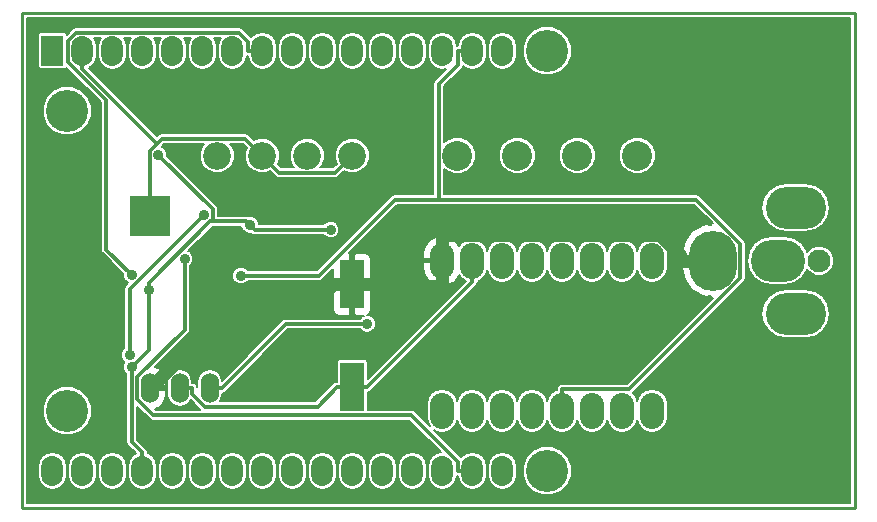
<source format=gtl>
%TF.GenerationSoftware,KiCad,Pcbnew,no-vcs-found-1929727~60~ubuntu16.04.1*%
%TF.CreationDate,2017-10-25T16:01:10-04:00*%
%TF.ProjectId,stepper_controller_3x2,737465707065725F636F6E74726F6C6C,1.1*%
%TF.SameCoordinates,Original*%
%TF.FileFunction,Copper,L1,Top,Signal*%
%TF.FilePolarity,Positive*%
%FSLAX46Y46*%
G04 Gerber Fmt 4.6, Leading zero omitted, Abs format (unit mm)*
G04 Created by KiCad (PCBNEW no-vcs-found-1929727~60~ubuntu16.04.1) date Wed Oct 25 16:01:10 2017*
%MOMM*%
%LPD*%
G01*
G04 APERTURE LIST*
%TA.AperFunction,NonConductor*%
%ADD10C,0.228600*%
%TD*%
%TA.AperFunction,ComponentPad*%
%ADD11O,2.032000X3.048000*%
%TD*%
%TA.AperFunction,ComponentPad*%
%ADD12C,3.556000*%
%TD*%
%TA.AperFunction,ComponentPad*%
%ADD13O,1.854200X2.540000*%
%TD*%
%TA.AperFunction,ComponentPad*%
%ADD14R,1.854200X2.540000*%
%TD*%
%TA.AperFunction,ComponentPad*%
%ADD15R,3.400000X3.400000*%
%TD*%
%TA.AperFunction,ComponentPad*%
%ADD16C,1.930400*%
%TD*%
%TA.AperFunction,ComponentPad*%
%ADD17O,4.572000X3.556000*%
%TD*%
%TA.AperFunction,ComponentPad*%
%ADD18O,4.064000X5.080000*%
%TD*%
%TA.AperFunction,ComponentPad*%
%ADD19O,5.080000X3.556000*%
%TD*%
%TA.AperFunction,ComponentPad*%
%ADD20C,2.540000*%
%TD*%
%TA.AperFunction,ComponentPad*%
%ADD21C,2.340000*%
%TD*%
%TA.AperFunction,ComponentPad*%
%ADD22O,1.524000X2.540000*%
%TD*%
%TA.AperFunction,SMDPad,CuDef*%
%ADD23R,2.000000X4.100000*%
%TD*%
%TA.AperFunction,ViaPad*%
%ADD24C,0.889000*%
%TD*%
%TA.AperFunction,Conductor*%
%ADD25C,0.304800*%
%TD*%
%TA.AperFunction,Conductor*%
%ADD26C,1.066800*%
%TD*%
%TA.AperFunction,Conductor*%
%ADD27C,0.203200*%
%TD*%
G04 APERTURE END LIST*
D10*
X156210000Y-67945000D02*
X85725000Y-67945000D01*
X156210000Y-109855000D02*
X156210000Y-67945000D01*
X85725000Y-109855000D02*
X156210000Y-109855000D01*
X85725000Y-67945000D02*
X85725000Y-109855000D01*
D11*
%TO.P,SS1,1*%
%TO.N,/tmc429_driver_0/DIR_0*%
X139065000Y-101600000D03*
%TO.P,SS1,2*%
%TO.N,/tmc429_driver_0/STEP_0*%
X136525000Y-101600000D03*
%TO.P,SS1,3*%
%TO.N,N/C*%
X133985000Y-101600000D03*
%TO.P,SS1,4*%
%TO.N,/MISO*%
X131445000Y-101600000D03*
%TO.P,SS1,5*%
%TO.N,/tmc429_driver_0/~CS_DRIVER_0_B*%
X128905000Y-101600000D03*
%TO.P,SS1,6*%
%TO.N,/tmc429_driver_0/SCK_B*%
X126365000Y-101600000D03*
%TO.P,SS1,7*%
%TO.N,/tmc429_driver_0/MOSI_B*%
X123825000Y-101600000D03*
%TO.P,SS1,8*%
%TO.N,/tmc429_driver_0/~ENABLE_0_B*%
X121285000Y-101600000D03*
%TO.P,SS1,9*%
%TO.N,VAA*%
X121285000Y-88900000D03*
%TO.P,SS1,10*%
%TO.N,GND*%
X123825000Y-88900000D03*
%TO.P,SS1,11*%
%TO.N,/tmc429_driver_0/stepper_0/B_-*%
X126365000Y-88900000D03*
%TO.P,SS1,12*%
%TO.N,/tmc429_driver_0/stepper_0/B_+*%
X128905000Y-88900000D03*
%TO.P,SS1,13*%
%TO.N,/tmc429_driver_0/stepper_0/A_+*%
X131445000Y-88900000D03*
%TO.P,SS1,14*%
%TO.N,/tmc429_driver_0/stepper_0/A_-*%
X133985000Y-88900000D03*
%TO.P,SS1,15*%
%TO.N,+5V*%
X136525000Y-88900000D03*
%TO.P,SS1,16*%
%TO.N,GND*%
X139065000Y-88900000D03*
%TD*%
D12*
%TO.P,MDB1,*%
%TO.N,*%
X130175000Y-71120000D03*
X130175000Y-106680000D03*
X89535000Y-101600000D03*
X89535000Y-76200000D03*
D13*
%TO.P,MDB1,AREF*%
%TO.N,N/C*%
X88265000Y-106680000D03*
%TO.P,MDB1,VEE*%
X90805000Y-106680000D03*
%TO.P,MDB1,AGND*%
X93345000Y-106680000D03*
%TO.P,MDB1,3V3*%
%TO.N,+3V3*%
X95885000Y-106680000D03*
%TO.P,MDB1,23*%
%TO.N,+5V*%
X98425000Y-106680000D03*
%TO.P,MDB1,22*%
%TO.N,N/C*%
X100965000Y-106680000D03*
%TO.P,MDB1,21*%
X103505000Y-106680000D03*
%TO.P,MDB1,20*%
X106045000Y-106680000D03*
%TO.P,MDB1,19*%
X108585000Y-106680000D03*
%TO.P,MDB1,18*%
X111125000Y-106680000D03*
%TO.P,MDB1,17*%
X113665000Y-106680000D03*
%TO.P,MDB1,16*%
X116205000Y-106680000D03*
%TO.P,MDB1,15*%
X118745000Y-106680000D03*
%TO.P,MDB1,14*%
%TO.N,/CS_DRIVER_0*%
X121285000Y-106680000D03*
%TO.P,MDB1,13*%
%TO.N,/SCK*%
X123825000Y-106680000D03*
%TO.P,MDB1,DAC*%
%TO.N,N/C*%
X126365000Y-106680000D03*
%TO.P,MDB1,28*%
X126365000Y-71120000D03*
%TO.P,MDB1,12*%
%TO.N,/MISO*%
X123825000Y-71120000D03*
%TO.P,MDB1,11*%
%TO.N,/MOSI*%
X121285000Y-71120000D03*
%TO.P,MDB1,10*%
%TO.N,/CS_429*%
X118745000Y-71120000D03*
%TO.P,MDB1,9*%
%TO.N,N/C*%
X116205000Y-71120000D03*
%TO.P,MDB1,29*%
X113665000Y-71120000D03*
%TO.P,MDB1,30*%
X111125000Y-71120000D03*
%TO.P,MDB1,6*%
%TO.N,/POSCOMP*%
X108585000Y-71120000D03*
%TO.P,MDB1,5*%
%TO.N,/INT*%
X106045000Y-71120000D03*
%TO.P,MDB1,4*%
%TO.N,N/C*%
X103505000Y-71120000D03*
%TO.P,MDB1,3*%
X100965000Y-71120000D03*
%TO.P,MDB1,2*%
%TO.N,/ENABLE_0*%
X98425000Y-71120000D03*
%TO.P,MDB1,25*%
%TO.N,N/C*%
X95885000Y-71120000D03*
D14*
%TO.P,MDB1,VDD*%
%TO.N,VDD*%
X88265000Y-71120000D03*
D13*
%TO.P,MDB1,24*%
%TO.N,N/C*%
X93345000Y-71120000D03*
%TO.P,MDB1,GND*%
%TO.N,GND*%
X90805000Y-71120000D03*
%TD*%
D15*
%TO.P,U1,PAD*%
%TO.N,GND*%
X96520000Y-85090000D03*
%TD*%
D16*
%TO.P,P1,*%
%TO.N,*%
X153212800Y-88900000D03*
D17*
%TO.P,P1,2*%
%TO.N,GND*%
X149707600Y-88900000D03*
D18*
%TO.P,P1,1*%
%TO.N,VAA*%
X144221200Y-88900000D03*
D19*
%TO.P,P1,*%
%TO.N,*%
X151206200Y-84404200D03*
X151206200Y-93395800D03*
%TD*%
D20*
%TO.P,T1,3*%
%TO.N,/tmc429_driver_0/stepper_0/A_-F*%
X132715000Y-80010000D03*
%TO.P,T1,2*%
%TO.N,/tmc429_driver_0/stepper_0/B_+F*%
X127635000Y-80010000D03*
%TO.P,T1,1*%
%TO.N,/tmc429_driver_0/stepper_0/B_-F*%
X122555000Y-80010000D03*
%TO.P,T1,4*%
%TO.N,/tmc429_driver_0/stepper_0/A_+F*%
X137795000Y-80010000D03*
%TD*%
D21*
%TO.P,T2,4*%
%TO.N,GND*%
X113665000Y-80010000D03*
%TO.P,T2,1*%
%TO.N,/tmc429_driver_0/stepper_0/REF_B*%
X102235000Y-80010000D03*
%TO.P,T2,2*%
%TO.N,GND*%
X106045000Y-80010000D03*
%TO.P,T2,3*%
%TO.N,/tmc429_driver_0/stepper_0/REFR_B*%
X109855000Y-80010000D03*
%TD*%
D22*
%TO.P,REG1,2*%
%TO.N,GND*%
X99060000Y-99695000D03*
%TO.P,REG1,3*%
%TO.N,+5V*%
X101600000Y-99695000D03*
%TO.P,REG1,1*%
%TO.N,VAA*%
X96520000Y-99695000D03*
%TD*%
D23*
%TO.P,C6,1*%
%TO.N,VAA*%
X113665000Y-90900000D03*
%TO.P,C6,2*%
%TO.N,GND*%
X113665000Y-99600000D03*
%TD*%
D24*
%TO.N,+3V3*%
X105008600Y-85873600D03*
X97251000Y-79932500D03*
X111831000Y-86270500D03*
X95002400Y-97901100D03*
X96426000Y-91352100D03*
%TO.N,/CLK*%
X101077400Y-85059000D03*
X94816400Y-96877400D03*
%TO.N,/INT*%
X94984600Y-90098900D03*
%TO.N,/MISO*%
X104232900Y-90160500D03*
%TO.N,/SCK*%
X99467800Y-88736400D03*
%TO.N,+5V*%
X114915600Y-94258600D03*
%TD*%
D25*
%TO.N,GND*%
X96520000Y-85090000D02*
X96520000Y-83110600D01*
X90805000Y-71120000D02*
X90805000Y-72669400D01*
X97146100Y-79010500D02*
X90805000Y-72669400D01*
X96520000Y-79636600D02*
X96520000Y-83110600D01*
X97146100Y-79010500D02*
X96520000Y-79636600D01*
X97573100Y-78583500D02*
X97146100Y-79010500D01*
X104618500Y-78583500D02*
X97573100Y-78583500D01*
X106045000Y-80010000D02*
X104618500Y-78583500D01*
X114944400Y-99584000D02*
X123825000Y-90703400D01*
X114944400Y-99600000D02*
X114944400Y-99584000D01*
X123825000Y-88900000D02*
X123825000Y-90703400D01*
X114304700Y-99600000D02*
X114944400Y-99600000D01*
X114304700Y-99600000D02*
X113665000Y-99600000D01*
X100101400Y-100164800D02*
X100101400Y-99695000D01*
X101198300Y-101261700D02*
X100101400Y-100164800D01*
X110723900Y-101261700D02*
X101198300Y-101261700D01*
X112385600Y-99600000D02*
X110723900Y-101261700D01*
X113665000Y-99600000D02*
X112385600Y-99600000D01*
X99060000Y-99695000D02*
X100101400Y-99695000D01*
X107477200Y-81442200D02*
X106045000Y-80010000D01*
X112232800Y-81442200D02*
X107477200Y-81442200D01*
X113665000Y-80010000D02*
X112232800Y-81442200D01*
%TO.N,+3V3*%
X95885000Y-106680000D02*
X95885000Y-105130600D01*
X105405500Y-86270500D02*
X105008600Y-85873600D01*
X111831000Y-86270500D02*
X105405500Y-86270500D01*
X104682500Y-85547500D02*
X101842000Y-85547500D01*
X105008600Y-85873600D02*
X104682500Y-85547500D01*
X101842000Y-84523500D02*
X97251000Y-79932500D01*
X101842000Y-85547500D02*
X101842000Y-84523500D01*
X95002400Y-104248000D02*
X95002400Y-97901100D01*
X95885000Y-105130600D02*
X95002400Y-104248000D01*
X101651000Y-85547500D02*
X101842000Y-85547500D01*
X96426000Y-90772500D02*
X101651000Y-85547500D01*
X96426000Y-91352100D02*
X96426000Y-90772500D01*
X96426000Y-96477500D02*
X96426000Y-91352100D01*
X95002400Y-97901100D02*
X96426000Y-96477500D01*
%TO.N,/CLK*%
X94816400Y-91320000D02*
X101077400Y-85059000D01*
X94816400Y-96877400D02*
X94816400Y-91320000D01*
%TO.N,/INT*%
X106045000Y-71120000D02*
X104838500Y-71120000D01*
X92850400Y-87964700D02*
X94984600Y-90098900D01*
X92850400Y-75290100D02*
X92850400Y-87964700D01*
X89605900Y-72045600D02*
X92850400Y-75290100D01*
X89605900Y-70283900D02*
X89605900Y-72045600D01*
X90296900Y-69592900D02*
X89605900Y-70283900D01*
X104065500Y-69592900D02*
X90296900Y-69592900D01*
X104838500Y-70365900D02*
X104065500Y-69592900D01*
X104838500Y-71120000D02*
X104838500Y-70365900D01*
%TO.N,/MISO*%
X131445000Y-101600000D02*
X131445000Y-99796600D01*
X123825000Y-71120000D02*
X122618500Y-71120000D01*
X117286100Y-83731100D02*
X120994800Y-83731100D01*
X110856700Y-90160500D02*
X117286100Y-83731100D01*
X104232900Y-90160500D02*
X110856700Y-90160500D01*
X120994800Y-73950200D02*
X120994800Y-83731100D01*
X122618500Y-72326500D02*
X120994800Y-73950200D01*
X122618500Y-71120000D02*
X122618500Y-72326500D01*
X137090000Y-99796600D02*
X131445000Y-99796600D01*
X146510900Y-90375700D02*
X137090000Y-99796600D01*
X146510900Y-87445300D02*
X146510900Y-90375700D01*
X142796700Y-83731100D02*
X146510900Y-87445300D01*
X120994800Y-83731100D02*
X142796700Y-83731100D01*
%TO.N,/SCK*%
X123825000Y-106680000D02*
X122618500Y-106680000D01*
X99467800Y-94771900D02*
X99467800Y-88736400D01*
X95480900Y-98758800D02*
X99467800Y-94771900D01*
X95480900Y-100634400D02*
X95480900Y-98758800D01*
X96829200Y-101982700D02*
X95480900Y-100634400D01*
X118675300Y-101982700D02*
X96829200Y-101982700D01*
X122618500Y-105925900D02*
X118675300Y-101982700D01*
X122618500Y-106680000D02*
X122618500Y-105925900D01*
D26*
%TO.N,VAA*%
X115509800Y-91084400D02*
X121285000Y-91084400D01*
X115325400Y-90900000D02*
X115509800Y-91084400D01*
X121285000Y-88900000D02*
X121285000Y-91084400D01*
X113665000Y-90900000D02*
X115325400Y-90900000D01*
X139751500Y-86715600D02*
X121285000Y-86715600D01*
X141528800Y-88492900D02*
X139751500Y-86715600D01*
X141528800Y-88900000D02*
X141528800Y-88492900D01*
X144221200Y-88900000D02*
X141528800Y-88900000D01*
X121285000Y-88900000D02*
X121285000Y-86715600D01*
X110344200Y-92560400D02*
X112004600Y-90900000D01*
X103654600Y-92560400D02*
X110344200Y-92560400D01*
X96520000Y-99695000D02*
X103654600Y-92560400D01*
X113665000Y-90900000D02*
X112004600Y-90900000D01*
D25*
%TO.N,+5V*%
X108077800Y-94258600D02*
X102641400Y-99695000D01*
X114915600Y-94258600D02*
X108077800Y-94258600D01*
X101600000Y-99695000D02*
X102641400Y-99695000D01*
%TD*%
D27*
%TO.N,VAA*%
G36*
X155790900Y-109435900D02*
X86144100Y-109435900D01*
X86144100Y-106306248D01*
X87033100Y-106306248D01*
X87033100Y-107053752D01*
X87126873Y-107525180D01*
X87393915Y-107924837D01*
X87793572Y-108191879D01*
X88265000Y-108285652D01*
X88736428Y-108191879D01*
X89136085Y-107924837D01*
X89403127Y-107525180D01*
X89496900Y-107053752D01*
X89496900Y-106306248D01*
X89573100Y-106306248D01*
X89573100Y-107053752D01*
X89666873Y-107525180D01*
X89933915Y-107924837D01*
X90333572Y-108191879D01*
X90805000Y-108285652D01*
X91276428Y-108191879D01*
X91676085Y-107924837D01*
X91943127Y-107525180D01*
X92036900Y-107053752D01*
X92036900Y-106306248D01*
X92113100Y-106306248D01*
X92113100Y-107053752D01*
X92206873Y-107525180D01*
X92473915Y-107924837D01*
X92873572Y-108191879D01*
X93345000Y-108285652D01*
X93816428Y-108191879D01*
X94216085Y-107924837D01*
X94483127Y-107525180D01*
X94576900Y-107053752D01*
X94576900Y-106306248D01*
X94483127Y-105834820D01*
X94216085Y-105435163D01*
X93816428Y-105168121D01*
X93345000Y-105074348D01*
X92873572Y-105168121D01*
X92473915Y-105435163D01*
X92206873Y-105834820D01*
X92113100Y-106306248D01*
X92036900Y-106306248D01*
X91943127Y-105834820D01*
X91676085Y-105435163D01*
X91276428Y-105168121D01*
X90805000Y-105074348D01*
X90333572Y-105168121D01*
X89933915Y-105435163D01*
X89666873Y-105834820D01*
X89573100Y-106306248D01*
X89496900Y-106306248D01*
X89403127Y-105834820D01*
X89136085Y-105435163D01*
X88736428Y-105168121D01*
X88265000Y-105074348D01*
X87793572Y-105168121D01*
X87393915Y-105435163D01*
X87126873Y-105834820D01*
X87033100Y-106306248D01*
X86144100Y-106306248D01*
X86144100Y-102012477D01*
X87451840Y-102012477D01*
X87768259Y-102778270D01*
X88353648Y-103364682D01*
X89118888Y-103682437D01*
X89947477Y-103683160D01*
X90713270Y-103366741D01*
X91299682Y-102781352D01*
X91617437Y-102016112D01*
X91618160Y-101187523D01*
X91301741Y-100421730D01*
X90716352Y-99835318D01*
X89951112Y-99517563D01*
X89122523Y-99516840D01*
X88356730Y-99833259D01*
X87770318Y-100418648D01*
X87452563Y-101183888D01*
X87451840Y-102012477D01*
X86144100Y-102012477D01*
X86144100Y-76612477D01*
X87451840Y-76612477D01*
X87768259Y-77378270D01*
X88353648Y-77964682D01*
X89118888Y-78282437D01*
X89947477Y-78283160D01*
X90713270Y-77966741D01*
X91299682Y-77381352D01*
X91617437Y-76616112D01*
X91618160Y-75787523D01*
X91301741Y-75021730D01*
X90716352Y-74435318D01*
X89951112Y-74117563D01*
X89122523Y-74116840D01*
X88356730Y-74433259D01*
X87770318Y-75018648D01*
X87452563Y-75783888D01*
X87451840Y-76612477D01*
X86144100Y-76612477D01*
X86144100Y-69850000D01*
X87027129Y-69850000D01*
X87027129Y-72390000D01*
X87050785Y-72508927D01*
X87118152Y-72609748D01*
X87218973Y-72677115D01*
X87337900Y-72700771D01*
X89192100Y-72700771D01*
X89311027Y-72677115D01*
X89411848Y-72609748D01*
X89456558Y-72542836D01*
X92393200Y-75479478D01*
X92393200Y-87964700D01*
X92428002Y-88139663D01*
X92527111Y-88287989D01*
X94235389Y-89996268D01*
X94235170Y-90247291D01*
X94349004Y-90522790D01*
X94559601Y-90733756D01*
X94698423Y-90791399D01*
X94493111Y-90996711D01*
X94394002Y-91145037D01*
X94359200Y-91320000D01*
X94359200Y-96275056D01*
X94181544Y-96452401D01*
X94067230Y-96727701D01*
X94066970Y-97025791D01*
X94180804Y-97301290D01*
X94363950Y-97484757D01*
X94253230Y-97751401D01*
X94252970Y-98049491D01*
X94366804Y-98324990D01*
X94545200Y-98503699D01*
X94545200Y-104248000D01*
X94580002Y-104422963D01*
X94679111Y-104571289D01*
X95331069Y-105223247D01*
X95013915Y-105435163D01*
X94746873Y-105834820D01*
X94653100Y-106306248D01*
X94653100Y-107053752D01*
X94746873Y-107525180D01*
X95013915Y-107924837D01*
X95413572Y-108191879D01*
X95885000Y-108285652D01*
X96356428Y-108191879D01*
X96756085Y-107924837D01*
X97023127Y-107525180D01*
X97116900Y-107053752D01*
X97116900Y-106306248D01*
X97193100Y-106306248D01*
X97193100Y-107053752D01*
X97286873Y-107525180D01*
X97553915Y-107924837D01*
X97953572Y-108191879D01*
X98425000Y-108285652D01*
X98896428Y-108191879D01*
X99296085Y-107924837D01*
X99563127Y-107525180D01*
X99656900Y-107053752D01*
X99656900Y-106306248D01*
X99733100Y-106306248D01*
X99733100Y-107053752D01*
X99826873Y-107525180D01*
X100093915Y-107924837D01*
X100493572Y-108191879D01*
X100965000Y-108285652D01*
X101436428Y-108191879D01*
X101836085Y-107924837D01*
X102103127Y-107525180D01*
X102196900Y-107053752D01*
X102196900Y-106306248D01*
X102273100Y-106306248D01*
X102273100Y-107053752D01*
X102366873Y-107525180D01*
X102633915Y-107924837D01*
X103033572Y-108191879D01*
X103505000Y-108285652D01*
X103976428Y-108191879D01*
X104376085Y-107924837D01*
X104643127Y-107525180D01*
X104736900Y-107053752D01*
X104736900Y-106306248D01*
X104813100Y-106306248D01*
X104813100Y-107053752D01*
X104906873Y-107525180D01*
X105173915Y-107924837D01*
X105573572Y-108191879D01*
X106045000Y-108285652D01*
X106516428Y-108191879D01*
X106916085Y-107924837D01*
X107183127Y-107525180D01*
X107276900Y-107053752D01*
X107276900Y-106306248D01*
X107353100Y-106306248D01*
X107353100Y-107053752D01*
X107446873Y-107525180D01*
X107713915Y-107924837D01*
X108113572Y-108191879D01*
X108585000Y-108285652D01*
X109056428Y-108191879D01*
X109456085Y-107924837D01*
X109723127Y-107525180D01*
X109816900Y-107053752D01*
X109816900Y-106306248D01*
X109893100Y-106306248D01*
X109893100Y-107053752D01*
X109986873Y-107525180D01*
X110253915Y-107924837D01*
X110653572Y-108191879D01*
X111125000Y-108285652D01*
X111596428Y-108191879D01*
X111996085Y-107924837D01*
X112263127Y-107525180D01*
X112356900Y-107053752D01*
X112356900Y-106306248D01*
X112433100Y-106306248D01*
X112433100Y-107053752D01*
X112526873Y-107525180D01*
X112793915Y-107924837D01*
X113193572Y-108191879D01*
X113665000Y-108285652D01*
X114136428Y-108191879D01*
X114536085Y-107924837D01*
X114803127Y-107525180D01*
X114896900Y-107053752D01*
X114896900Y-106306248D01*
X114973100Y-106306248D01*
X114973100Y-107053752D01*
X115066873Y-107525180D01*
X115333915Y-107924837D01*
X115733572Y-108191879D01*
X116205000Y-108285652D01*
X116676428Y-108191879D01*
X117076085Y-107924837D01*
X117343127Y-107525180D01*
X117436900Y-107053752D01*
X117436900Y-106306248D01*
X117513100Y-106306248D01*
X117513100Y-107053752D01*
X117606873Y-107525180D01*
X117873915Y-107924837D01*
X118273572Y-108191879D01*
X118745000Y-108285652D01*
X119216428Y-108191879D01*
X119616085Y-107924837D01*
X119883127Y-107525180D01*
X119976900Y-107053752D01*
X119976900Y-106306248D01*
X119883127Y-105834820D01*
X119616085Y-105435163D01*
X119216428Y-105168121D01*
X118745000Y-105074348D01*
X118273572Y-105168121D01*
X117873915Y-105435163D01*
X117606873Y-105834820D01*
X117513100Y-106306248D01*
X117436900Y-106306248D01*
X117343127Y-105834820D01*
X117076085Y-105435163D01*
X116676428Y-105168121D01*
X116205000Y-105074348D01*
X115733572Y-105168121D01*
X115333915Y-105435163D01*
X115066873Y-105834820D01*
X114973100Y-106306248D01*
X114896900Y-106306248D01*
X114803127Y-105834820D01*
X114536085Y-105435163D01*
X114136428Y-105168121D01*
X113665000Y-105074348D01*
X113193572Y-105168121D01*
X112793915Y-105435163D01*
X112526873Y-105834820D01*
X112433100Y-106306248D01*
X112356900Y-106306248D01*
X112263127Y-105834820D01*
X111996085Y-105435163D01*
X111596428Y-105168121D01*
X111125000Y-105074348D01*
X110653572Y-105168121D01*
X110253915Y-105435163D01*
X109986873Y-105834820D01*
X109893100Y-106306248D01*
X109816900Y-106306248D01*
X109723127Y-105834820D01*
X109456085Y-105435163D01*
X109056428Y-105168121D01*
X108585000Y-105074348D01*
X108113572Y-105168121D01*
X107713915Y-105435163D01*
X107446873Y-105834820D01*
X107353100Y-106306248D01*
X107276900Y-106306248D01*
X107183127Y-105834820D01*
X106916085Y-105435163D01*
X106516428Y-105168121D01*
X106045000Y-105074348D01*
X105573572Y-105168121D01*
X105173915Y-105435163D01*
X104906873Y-105834820D01*
X104813100Y-106306248D01*
X104736900Y-106306248D01*
X104643127Y-105834820D01*
X104376085Y-105435163D01*
X103976428Y-105168121D01*
X103505000Y-105074348D01*
X103033572Y-105168121D01*
X102633915Y-105435163D01*
X102366873Y-105834820D01*
X102273100Y-106306248D01*
X102196900Y-106306248D01*
X102103127Y-105834820D01*
X101836085Y-105435163D01*
X101436428Y-105168121D01*
X100965000Y-105074348D01*
X100493572Y-105168121D01*
X100093915Y-105435163D01*
X99826873Y-105834820D01*
X99733100Y-106306248D01*
X99656900Y-106306248D01*
X99563127Y-105834820D01*
X99296085Y-105435163D01*
X98896428Y-105168121D01*
X98425000Y-105074348D01*
X97953572Y-105168121D01*
X97553915Y-105435163D01*
X97286873Y-105834820D01*
X97193100Y-106306248D01*
X97116900Y-106306248D01*
X97023127Y-105834820D01*
X96756085Y-105435163D01*
X96356428Y-105168121D01*
X96342200Y-105165291D01*
X96342200Y-105130600D01*
X96307398Y-104955637D01*
X96208289Y-104807311D01*
X95459600Y-104058622D01*
X95459600Y-101259678D01*
X96505911Y-102305989D01*
X96654237Y-102405098D01*
X96829200Y-102439900D01*
X118485922Y-102439900D01*
X121147684Y-105101662D01*
X120813572Y-105168121D01*
X120413915Y-105435163D01*
X120146873Y-105834820D01*
X120053100Y-106306248D01*
X120053100Y-107053752D01*
X120146873Y-107525180D01*
X120413915Y-107924837D01*
X120813572Y-108191879D01*
X121285000Y-108285652D01*
X121756428Y-108191879D01*
X122156085Y-107924837D01*
X122423127Y-107525180D01*
X122504800Y-107114584D01*
X122609336Y-107135377D01*
X122686873Y-107525180D01*
X122953915Y-107924837D01*
X123353572Y-108191879D01*
X123825000Y-108285652D01*
X124296428Y-108191879D01*
X124696085Y-107924837D01*
X124963127Y-107525180D01*
X125056900Y-107053752D01*
X125056900Y-106306248D01*
X125133100Y-106306248D01*
X125133100Y-107053752D01*
X125226873Y-107525180D01*
X125493915Y-107924837D01*
X125893572Y-108191879D01*
X126365000Y-108285652D01*
X126836428Y-108191879D01*
X127236085Y-107924837D01*
X127503127Y-107525180D01*
X127589197Y-107092477D01*
X128091840Y-107092477D01*
X128408259Y-107858270D01*
X128993648Y-108444682D01*
X129758888Y-108762437D01*
X130587477Y-108763160D01*
X131353270Y-108446741D01*
X131939682Y-107861352D01*
X132257437Y-107096112D01*
X132258160Y-106267523D01*
X131941741Y-105501730D01*
X131356352Y-104915318D01*
X130591112Y-104597563D01*
X129762523Y-104596840D01*
X128996730Y-104913259D01*
X128410318Y-105498648D01*
X128092563Y-106263888D01*
X128091840Y-107092477D01*
X127589197Y-107092477D01*
X127596900Y-107053752D01*
X127596900Y-106306248D01*
X127503127Y-105834820D01*
X127236085Y-105435163D01*
X126836428Y-105168121D01*
X126365000Y-105074348D01*
X125893572Y-105168121D01*
X125493915Y-105435163D01*
X125226873Y-105834820D01*
X125133100Y-106306248D01*
X125056900Y-106306248D01*
X124963127Y-105834820D01*
X124696085Y-105435163D01*
X124296428Y-105168121D01*
X123825000Y-105074348D01*
X123353572Y-105168121D01*
X122953915Y-105435163D01*
X122881988Y-105542810D01*
X120549653Y-103210475D01*
X120779552Y-103364088D01*
X121285000Y-103464628D01*
X121790448Y-103364088D01*
X122218947Y-103077775D01*
X122505260Y-102649276D01*
X122555000Y-102399216D01*
X122604740Y-102649276D01*
X122891053Y-103077775D01*
X123319552Y-103364088D01*
X123825000Y-103464628D01*
X124330448Y-103364088D01*
X124758947Y-103077775D01*
X125045260Y-102649276D01*
X125095000Y-102399216D01*
X125144740Y-102649276D01*
X125431053Y-103077775D01*
X125859552Y-103364088D01*
X126365000Y-103464628D01*
X126870448Y-103364088D01*
X127298947Y-103077775D01*
X127585260Y-102649276D01*
X127635000Y-102399216D01*
X127684740Y-102649276D01*
X127971053Y-103077775D01*
X128399552Y-103364088D01*
X128905000Y-103464628D01*
X129410448Y-103364088D01*
X129838947Y-103077775D01*
X130125260Y-102649276D01*
X130175000Y-102399216D01*
X130224740Y-102649276D01*
X130511053Y-103077775D01*
X130939552Y-103364088D01*
X131445000Y-103464628D01*
X131950448Y-103364088D01*
X132378947Y-103077775D01*
X132665260Y-102649276D01*
X132715000Y-102399216D01*
X132764740Y-102649276D01*
X133051053Y-103077775D01*
X133479552Y-103364088D01*
X133985000Y-103464628D01*
X134490448Y-103364088D01*
X134918947Y-103077775D01*
X135205260Y-102649276D01*
X135255000Y-102399216D01*
X135304740Y-102649276D01*
X135591053Y-103077775D01*
X136019552Y-103364088D01*
X136525000Y-103464628D01*
X137030448Y-103364088D01*
X137458947Y-103077775D01*
X137745260Y-102649276D01*
X137795000Y-102399216D01*
X137844740Y-102649276D01*
X138131053Y-103077775D01*
X138559552Y-103364088D01*
X139065000Y-103464628D01*
X139570448Y-103364088D01*
X139998947Y-103077775D01*
X140285260Y-102649276D01*
X140385800Y-102143828D01*
X140385800Y-101056172D01*
X140285260Y-100550724D01*
X139998947Y-100122225D01*
X139570448Y-99835912D01*
X139065000Y-99735372D01*
X138559552Y-99835912D01*
X138131053Y-100122225D01*
X137844740Y-100550724D01*
X137795000Y-100800784D01*
X137745260Y-100550724D01*
X137458947Y-100122225D01*
X137430177Y-100103001D01*
X144137378Y-93395800D01*
X148305667Y-93395800D01*
X148464211Y-94192853D01*
X148915705Y-94868562D01*
X149591414Y-95320056D01*
X150388467Y-95478600D01*
X152023933Y-95478600D01*
X152820986Y-95320056D01*
X153496695Y-94868562D01*
X153948189Y-94192853D01*
X154106733Y-93395800D01*
X153948189Y-92598747D01*
X153496695Y-91923038D01*
X152820986Y-91471544D01*
X152023933Y-91313000D01*
X150388467Y-91313000D01*
X149591414Y-91471544D01*
X148915705Y-91923038D01*
X148464211Y-92598747D01*
X148305667Y-93395800D01*
X144137378Y-93395800D01*
X146834190Y-90698989D01*
X146933298Y-90550663D01*
X146968100Y-90375700D01*
X146968100Y-88900000D01*
X147066043Y-88900000D01*
X147224587Y-89697053D01*
X147676081Y-90372762D01*
X148351790Y-90824256D01*
X149148843Y-90982800D01*
X150266357Y-90982800D01*
X151063410Y-90824256D01*
X151739119Y-90372762D01*
X152190613Y-89697053D01*
X152194495Y-89677538D01*
X152492463Y-89976026D01*
X152959073Y-90169779D01*
X153464310Y-90170220D01*
X153931258Y-89977282D01*
X154288826Y-89620337D01*
X154482579Y-89153727D01*
X154483020Y-88648490D01*
X154290082Y-88181542D01*
X153933137Y-87823974D01*
X153466527Y-87630221D01*
X152961290Y-87629780D01*
X152494342Y-87822718D01*
X152194425Y-88122112D01*
X152190613Y-88102947D01*
X151739119Y-87427238D01*
X151063410Y-86975744D01*
X150266357Y-86817200D01*
X149148843Y-86817200D01*
X148351790Y-86975744D01*
X147676081Y-87427238D01*
X147224587Y-88102947D01*
X147066043Y-88900000D01*
X146968100Y-88900000D01*
X146968100Y-87445300D01*
X146933298Y-87270337D01*
X146834189Y-87122011D01*
X144116378Y-84404200D01*
X148305667Y-84404200D01*
X148464211Y-85201253D01*
X148915705Y-85876962D01*
X149591414Y-86328456D01*
X150388467Y-86487000D01*
X152023933Y-86487000D01*
X152820986Y-86328456D01*
X153496695Y-85876962D01*
X153948189Y-85201253D01*
X154106733Y-84404200D01*
X153948189Y-83607147D01*
X153496695Y-82931438D01*
X152820986Y-82479944D01*
X152023933Y-82321400D01*
X150388467Y-82321400D01*
X149591414Y-82479944D01*
X148915705Y-82931438D01*
X148464211Y-83607147D01*
X148305667Y-84404200D01*
X144116378Y-84404200D01*
X143119989Y-83407811D01*
X142971663Y-83308702D01*
X142796700Y-83273900D01*
X121452000Y-83273900D01*
X121452000Y-81134123D01*
X121661783Y-81344272D01*
X122240379Y-81584526D01*
X122866873Y-81585073D01*
X123445887Y-81345829D01*
X123889272Y-80903217D01*
X124129526Y-80324621D01*
X124129528Y-80321873D01*
X126059927Y-80321873D01*
X126299171Y-80900887D01*
X126741783Y-81344272D01*
X127320379Y-81584526D01*
X127946873Y-81585073D01*
X128525887Y-81345829D01*
X128969272Y-80903217D01*
X129209526Y-80324621D01*
X129209528Y-80321873D01*
X131139927Y-80321873D01*
X131379171Y-80900887D01*
X131821783Y-81344272D01*
X132400379Y-81584526D01*
X133026873Y-81585073D01*
X133605887Y-81345829D01*
X134049272Y-80903217D01*
X134289526Y-80324621D01*
X134289528Y-80321873D01*
X136219927Y-80321873D01*
X136459171Y-80900887D01*
X136901783Y-81344272D01*
X137480379Y-81584526D01*
X138106873Y-81585073D01*
X138685887Y-81345829D01*
X139129272Y-80903217D01*
X139369526Y-80324621D01*
X139370073Y-79698127D01*
X139130829Y-79119113D01*
X138688217Y-78675728D01*
X138109621Y-78435474D01*
X137483127Y-78434927D01*
X136904113Y-78674171D01*
X136460728Y-79116783D01*
X136220474Y-79695379D01*
X136219927Y-80321873D01*
X134289528Y-80321873D01*
X134290073Y-79698127D01*
X134050829Y-79119113D01*
X133608217Y-78675728D01*
X133029621Y-78435474D01*
X132403127Y-78434927D01*
X131824113Y-78674171D01*
X131380728Y-79116783D01*
X131140474Y-79695379D01*
X131139927Y-80321873D01*
X129209528Y-80321873D01*
X129210073Y-79698127D01*
X128970829Y-79119113D01*
X128528217Y-78675728D01*
X127949621Y-78435474D01*
X127323127Y-78434927D01*
X126744113Y-78674171D01*
X126300728Y-79116783D01*
X126060474Y-79695379D01*
X126059927Y-80321873D01*
X124129528Y-80321873D01*
X124130073Y-79698127D01*
X123890829Y-79119113D01*
X123448217Y-78675728D01*
X122869621Y-78435474D01*
X122243127Y-78434927D01*
X121664113Y-78674171D01*
X121452000Y-78885914D01*
X121452000Y-74139578D01*
X122941790Y-72649789D01*
X123040898Y-72501463D01*
X123054682Y-72432167D01*
X123353572Y-72631879D01*
X123825000Y-72725652D01*
X124296428Y-72631879D01*
X124696085Y-72364837D01*
X124963127Y-71965180D01*
X125056900Y-71493752D01*
X125056900Y-70746248D01*
X125133100Y-70746248D01*
X125133100Y-71493752D01*
X125226873Y-71965180D01*
X125493915Y-72364837D01*
X125893572Y-72631879D01*
X126365000Y-72725652D01*
X126836428Y-72631879D01*
X127236085Y-72364837D01*
X127503127Y-71965180D01*
X127589197Y-71532477D01*
X128091840Y-71532477D01*
X128408259Y-72298270D01*
X128993648Y-72884682D01*
X129758888Y-73202437D01*
X130587477Y-73203160D01*
X131353270Y-72886741D01*
X131939682Y-72301352D01*
X132257437Y-71536112D01*
X132258160Y-70707523D01*
X131941741Y-69941730D01*
X131356352Y-69355318D01*
X130591112Y-69037563D01*
X129762523Y-69036840D01*
X128996730Y-69353259D01*
X128410318Y-69938648D01*
X128092563Y-70703888D01*
X128091840Y-71532477D01*
X127589197Y-71532477D01*
X127596900Y-71493752D01*
X127596900Y-70746248D01*
X127503127Y-70274820D01*
X127236085Y-69875163D01*
X126836428Y-69608121D01*
X126365000Y-69514348D01*
X125893572Y-69608121D01*
X125493915Y-69875163D01*
X125226873Y-70274820D01*
X125133100Y-70746248D01*
X125056900Y-70746248D01*
X124963127Y-70274820D01*
X124696085Y-69875163D01*
X124296428Y-69608121D01*
X123825000Y-69514348D01*
X123353572Y-69608121D01*
X122953915Y-69875163D01*
X122686873Y-70274820D01*
X122609336Y-70664623D01*
X122504800Y-70685416D01*
X122423127Y-70274820D01*
X122156085Y-69875163D01*
X121756428Y-69608121D01*
X121285000Y-69514348D01*
X120813572Y-69608121D01*
X120413915Y-69875163D01*
X120146873Y-70274820D01*
X120053100Y-70746248D01*
X120053100Y-71493752D01*
X120146873Y-71965180D01*
X120413915Y-72364837D01*
X120813572Y-72631879D01*
X121285000Y-72725652D01*
X121644224Y-72654198D01*
X120671511Y-73626911D01*
X120572402Y-73775237D01*
X120537600Y-73950200D01*
X120537600Y-83273900D01*
X117286100Y-83273900D01*
X117111137Y-83308702D01*
X116962811Y-83407811D01*
X110667322Y-89703300D01*
X104835244Y-89703300D01*
X104657899Y-89525644D01*
X104382599Y-89411330D01*
X104084509Y-89411070D01*
X103809010Y-89524904D01*
X103598044Y-89735501D01*
X103483730Y-90010801D01*
X103483470Y-90308891D01*
X103597304Y-90584390D01*
X103807901Y-90795356D01*
X104083201Y-90909670D01*
X104381291Y-90909930D01*
X104656790Y-90796096D01*
X104835499Y-90617700D01*
X110856700Y-90617700D01*
X111031663Y-90582898D01*
X111179989Y-90483789D01*
X112055400Y-89608378D01*
X112055400Y-90595200D01*
X112207800Y-90747600D01*
X113512600Y-90747600D01*
X113512600Y-88392800D01*
X113817400Y-88392800D01*
X113817400Y-90747600D01*
X115122200Y-90747600D01*
X115274600Y-90595200D01*
X115274600Y-89052400D01*
X119659400Y-89052400D01*
X119659400Y-89560400D01*
X119841462Y-90170889D01*
X120243290Y-90665236D01*
X120803709Y-90968180D01*
X120881297Y-90982674D01*
X121132600Y-90873296D01*
X121132600Y-89052400D01*
X119659400Y-89052400D01*
X115274600Y-89052400D01*
X115274600Y-88728743D01*
X115181794Y-88504689D01*
X115010311Y-88333206D01*
X114786257Y-88240400D01*
X113969800Y-88240400D01*
X113817400Y-88392800D01*
X113512600Y-88392800D01*
X113391789Y-88271989D01*
X113424178Y-88239600D01*
X119659400Y-88239600D01*
X119659400Y-88747600D01*
X121132600Y-88747600D01*
X121132600Y-86926704D01*
X120881297Y-86817326D01*
X120803709Y-86831820D01*
X120243290Y-87134764D01*
X119841462Y-87629111D01*
X119659400Y-88239600D01*
X113424178Y-88239600D01*
X117475478Y-84188300D01*
X142607322Y-84188300D01*
X144169422Y-85750400D01*
X144068798Y-85750400D01*
X144068798Y-85907470D01*
X143658127Y-85811109D01*
X143351103Y-85893159D01*
X142461070Y-86416344D01*
X141839001Y-87240304D01*
X141579600Y-88239600D01*
X141579600Y-88747600D01*
X144068800Y-88747600D01*
X144068800Y-88727600D01*
X144373600Y-88727600D01*
X144373600Y-88747600D01*
X144393600Y-88747600D01*
X144393600Y-89052400D01*
X144373600Y-89052400D01*
X144373600Y-89072400D01*
X144068800Y-89072400D01*
X144068800Y-89052400D01*
X141579600Y-89052400D01*
X141579600Y-89560400D01*
X141839001Y-90559696D01*
X142461070Y-91383656D01*
X143351103Y-91906841D01*
X143658127Y-91988891D01*
X144068798Y-91892530D01*
X144068798Y-92049600D01*
X144190421Y-92049600D01*
X136900622Y-99339400D01*
X131445000Y-99339400D01*
X131270037Y-99374202D01*
X131121711Y-99473311D01*
X131022602Y-99621637D01*
X130987800Y-99796600D01*
X130987800Y-99826315D01*
X130939552Y-99835912D01*
X130511053Y-100122225D01*
X130224740Y-100550724D01*
X130175000Y-100800784D01*
X130125260Y-100550724D01*
X129838947Y-100122225D01*
X129410448Y-99835912D01*
X128905000Y-99735372D01*
X128399552Y-99835912D01*
X127971053Y-100122225D01*
X127684740Y-100550724D01*
X127635000Y-100800784D01*
X127585260Y-100550724D01*
X127298947Y-100122225D01*
X126870448Y-99835912D01*
X126365000Y-99735372D01*
X125859552Y-99835912D01*
X125431053Y-100122225D01*
X125144740Y-100550724D01*
X125095000Y-100800784D01*
X125045260Y-100550724D01*
X124758947Y-100122225D01*
X124330448Y-99835912D01*
X123825000Y-99735372D01*
X123319552Y-99835912D01*
X122891053Y-100122225D01*
X122604740Y-100550724D01*
X122555000Y-100800784D01*
X122505260Y-100550724D01*
X122218947Y-100122225D01*
X121790448Y-99835912D01*
X121285000Y-99735372D01*
X120779552Y-99835912D01*
X120351053Y-100122225D01*
X120064740Y-100550724D01*
X119964200Y-101056172D01*
X119964200Y-102143828D01*
X120064740Y-102649276D01*
X120218353Y-102879175D01*
X118998589Y-101659411D01*
X118850263Y-101560302D01*
X118675300Y-101525500D01*
X114975771Y-101525500D01*
X114975771Y-100050960D01*
X115119363Y-100022398D01*
X115267689Y-99923289D01*
X115299908Y-99875070D01*
X124148289Y-91026689D01*
X124247398Y-90878363D01*
X124282200Y-90703400D01*
X124282200Y-90673685D01*
X124330448Y-90664088D01*
X124758947Y-90377775D01*
X125045260Y-89949276D01*
X125095000Y-89699216D01*
X125144740Y-89949276D01*
X125431053Y-90377775D01*
X125859552Y-90664088D01*
X126365000Y-90764628D01*
X126870448Y-90664088D01*
X127298947Y-90377775D01*
X127585260Y-89949276D01*
X127635000Y-89699216D01*
X127684740Y-89949276D01*
X127971053Y-90377775D01*
X128399552Y-90664088D01*
X128905000Y-90764628D01*
X129410448Y-90664088D01*
X129838947Y-90377775D01*
X130125260Y-89949276D01*
X130175000Y-89699216D01*
X130224740Y-89949276D01*
X130511053Y-90377775D01*
X130939552Y-90664088D01*
X131445000Y-90764628D01*
X131950448Y-90664088D01*
X132378947Y-90377775D01*
X132665260Y-89949276D01*
X132715000Y-89699216D01*
X132764740Y-89949276D01*
X133051053Y-90377775D01*
X133479552Y-90664088D01*
X133985000Y-90764628D01*
X134490448Y-90664088D01*
X134918947Y-90377775D01*
X135205260Y-89949276D01*
X135255000Y-89699216D01*
X135304740Y-89949276D01*
X135591053Y-90377775D01*
X136019552Y-90664088D01*
X136525000Y-90764628D01*
X137030448Y-90664088D01*
X137458947Y-90377775D01*
X137745260Y-89949276D01*
X137795000Y-89699216D01*
X137844740Y-89949276D01*
X138131053Y-90377775D01*
X138559552Y-90664088D01*
X139065000Y-90764628D01*
X139570448Y-90664088D01*
X139998947Y-90377775D01*
X140285260Y-89949276D01*
X140385800Y-89443828D01*
X140385800Y-88356172D01*
X140285260Y-87850724D01*
X139998947Y-87422225D01*
X139570448Y-87135912D01*
X139065000Y-87035372D01*
X138559552Y-87135912D01*
X138131053Y-87422225D01*
X137844740Y-87850724D01*
X137795000Y-88100784D01*
X137745260Y-87850724D01*
X137458947Y-87422225D01*
X137030448Y-87135912D01*
X136525000Y-87035372D01*
X136019552Y-87135912D01*
X135591053Y-87422225D01*
X135304740Y-87850724D01*
X135255000Y-88100784D01*
X135205260Y-87850724D01*
X134918947Y-87422225D01*
X134490448Y-87135912D01*
X133985000Y-87035372D01*
X133479552Y-87135912D01*
X133051053Y-87422225D01*
X132764740Y-87850724D01*
X132715000Y-88100784D01*
X132665260Y-87850724D01*
X132378947Y-87422225D01*
X131950448Y-87135912D01*
X131445000Y-87035372D01*
X130939552Y-87135912D01*
X130511053Y-87422225D01*
X130224740Y-87850724D01*
X130175000Y-88100784D01*
X130125260Y-87850724D01*
X129838947Y-87422225D01*
X129410448Y-87135912D01*
X128905000Y-87035372D01*
X128399552Y-87135912D01*
X127971053Y-87422225D01*
X127684740Y-87850724D01*
X127635000Y-88100784D01*
X127585260Y-87850724D01*
X127298947Y-87422225D01*
X126870448Y-87135912D01*
X126365000Y-87035372D01*
X125859552Y-87135912D01*
X125431053Y-87422225D01*
X125144740Y-87850724D01*
X125095000Y-88100784D01*
X125045260Y-87850724D01*
X124758947Y-87422225D01*
X124330448Y-87135912D01*
X123825000Y-87035372D01*
X123319552Y-87135912D01*
X122891053Y-87422225D01*
X122736030Y-87654234D01*
X122728538Y-87629111D01*
X122326710Y-87134764D01*
X121766291Y-86831820D01*
X121688703Y-86817326D01*
X121437400Y-86926704D01*
X121437400Y-88747600D01*
X121457400Y-88747600D01*
X121457400Y-89052400D01*
X121437400Y-89052400D01*
X121437400Y-90873296D01*
X121688703Y-90982674D01*
X121766291Y-90968180D01*
X122326710Y-90665236D01*
X122728538Y-90170889D01*
X122736030Y-90145766D01*
X122891053Y-90377775D01*
X123258516Y-90623306D01*
X114975771Y-98906051D01*
X114975771Y-97550000D01*
X114952115Y-97431073D01*
X114884748Y-97330252D01*
X114783927Y-97262885D01*
X114665000Y-97239229D01*
X112665000Y-97239229D01*
X112546073Y-97262885D01*
X112445252Y-97330252D01*
X112377885Y-97431073D01*
X112354229Y-97550000D01*
X112354229Y-99149040D01*
X112210637Y-99177602D01*
X112062311Y-99276711D01*
X110534522Y-100804500D01*
X102477082Y-100804500D01*
X102585595Y-100642099D01*
X102666800Y-100233852D01*
X102666800Y-100147148D01*
X102816363Y-100117398D01*
X102964689Y-100018289D01*
X108267178Y-94715800D01*
X114313256Y-94715800D01*
X114490601Y-94893456D01*
X114765901Y-95007770D01*
X115063991Y-95008030D01*
X115339490Y-94894196D01*
X115550456Y-94683599D01*
X115664770Y-94408299D01*
X115665030Y-94110209D01*
X115551196Y-93834710D01*
X115340599Y-93623744D01*
X115065299Y-93509430D01*
X114907710Y-93509293D01*
X115010311Y-93466794D01*
X115181794Y-93295311D01*
X115274600Y-93071257D01*
X115274600Y-91204800D01*
X115122200Y-91052400D01*
X113817400Y-91052400D01*
X113817400Y-93407200D01*
X113969800Y-93559600D01*
X114645159Y-93559600D01*
X114491710Y-93623004D01*
X114313001Y-93801400D01*
X108077800Y-93801400D01*
X107902837Y-93836202D01*
X107754511Y-93935311D01*
X102644713Y-99045109D01*
X102585595Y-98747901D01*
X102354342Y-98401806D01*
X102008247Y-98170553D01*
X101600000Y-98089348D01*
X101191753Y-98170553D01*
X100845658Y-98401806D01*
X100614405Y-98747901D01*
X100533200Y-99156148D01*
X100533200Y-99567304D01*
X100523798Y-99520037D01*
X100424689Y-99371711D01*
X100276363Y-99272602D01*
X100126800Y-99242852D01*
X100126800Y-99156148D01*
X100045595Y-98747901D01*
X99814342Y-98401806D01*
X99468247Y-98170553D01*
X99060000Y-98089348D01*
X98651753Y-98170553D01*
X98305658Y-98401806D01*
X98074405Y-98747901D01*
X97993200Y-99156148D01*
X97993200Y-100233852D01*
X98074405Y-100642099D01*
X98305658Y-100988194D01*
X98651753Y-101219447D01*
X99060000Y-101300652D01*
X99468247Y-101219447D01*
X99814342Y-100988194D01*
X100000144Y-100710122D01*
X100815522Y-101525500D01*
X97018578Y-101525500D01*
X96974151Y-101481073D01*
X97382104Y-101280631D01*
X97728872Y-100868688D01*
X97891600Y-100355400D01*
X97891600Y-99847400D01*
X96672400Y-99847400D01*
X96672400Y-99867400D01*
X96367600Y-99867400D01*
X96367600Y-99847400D01*
X96347600Y-99847400D01*
X96347600Y-99542600D01*
X96367600Y-99542600D01*
X96367600Y-99522600D01*
X96672400Y-99522600D01*
X96672400Y-99542600D01*
X97891600Y-99542600D01*
X97891600Y-99034600D01*
X97728872Y-98521312D01*
X97382104Y-98109369D01*
X96976296Y-97909982D01*
X99791089Y-95095189D01*
X99890198Y-94946863D01*
X99925000Y-94771900D01*
X99925000Y-91204800D01*
X112055400Y-91204800D01*
X112055400Y-93071257D01*
X112148206Y-93295311D01*
X112319689Y-93466794D01*
X112543743Y-93559600D01*
X113360200Y-93559600D01*
X113512600Y-93407200D01*
X113512600Y-91052400D01*
X112207800Y-91052400D01*
X112055400Y-91204800D01*
X99925000Y-91204800D01*
X99925000Y-89338744D01*
X100102656Y-89161399D01*
X100216970Y-88886099D01*
X100217230Y-88588009D01*
X100103396Y-88312510D01*
X99892799Y-88101544D01*
X99787329Y-88057749D01*
X101840378Y-86004700D01*
X104259185Y-86004700D01*
X104259170Y-86021991D01*
X104373004Y-86297490D01*
X104583601Y-86508456D01*
X104858901Y-86622770D01*
X105125932Y-86623003D01*
X105230537Y-86692898D01*
X105405500Y-86727700D01*
X111228656Y-86727700D01*
X111406001Y-86905356D01*
X111681301Y-87019670D01*
X111979391Y-87019930D01*
X112254890Y-86906096D01*
X112465856Y-86695499D01*
X112580170Y-86420199D01*
X112580430Y-86122109D01*
X112466596Y-85846610D01*
X112255999Y-85635644D01*
X111980699Y-85521330D01*
X111682609Y-85521070D01*
X111407110Y-85634904D01*
X111228401Y-85813300D01*
X105757953Y-85813300D01*
X105758030Y-85725209D01*
X105644196Y-85449710D01*
X105433599Y-85238744D01*
X105158299Y-85124430D01*
X104860209Y-85124170D01*
X104857650Y-85125227D01*
X104857463Y-85125102D01*
X104682500Y-85090300D01*
X102299200Y-85090300D01*
X102299200Y-84523500D01*
X102264398Y-84348537D01*
X102238361Y-84309570D01*
X102165289Y-84200210D01*
X98000211Y-80035133D01*
X98000430Y-79784109D01*
X97886596Y-79508610D01*
X97675999Y-79297644D01*
X97555549Y-79247629D01*
X97762478Y-79040700D01*
X101118488Y-79040700D01*
X100985454Y-79173502D01*
X100760457Y-79715357D01*
X100759945Y-80302069D01*
X100983996Y-80844316D01*
X101398502Y-81259546D01*
X101940357Y-81484543D01*
X102527069Y-81485055D01*
X103069316Y-81261004D01*
X103484546Y-80846498D01*
X103709543Y-80304643D01*
X103710055Y-79717931D01*
X103486004Y-79175684D01*
X103351255Y-79040700D01*
X104429122Y-79040700D01*
X104726935Y-79338513D01*
X104570457Y-79715357D01*
X104569945Y-80302069D01*
X104793996Y-80844316D01*
X105208502Y-81259546D01*
X105750357Y-81484543D01*
X106337069Y-81485055D01*
X106716641Y-81328219D01*
X107153911Y-81765489D01*
X107302237Y-81864598D01*
X107477200Y-81899400D01*
X112232800Y-81899400D01*
X112407763Y-81864598D01*
X112556089Y-81765489D01*
X112993513Y-81328065D01*
X113370357Y-81484543D01*
X113957069Y-81485055D01*
X114499316Y-81261004D01*
X114914546Y-80846498D01*
X115139543Y-80304643D01*
X115140055Y-79717931D01*
X114916004Y-79175684D01*
X114501498Y-78760454D01*
X113959643Y-78535457D01*
X113372931Y-78534945D01*
X112830684Y-78758996D01*
X112415454Y-79173502D01*
X112190457Y-79715357D01*
X112189945Y-80302069D01*
X112346781Y-80681641D01*
X112043422Y-80985000D01*
X110965802Y-80985000D01*
X111104546Y-80846498D01*
X111329543Y-80304643D01*
X111330055Y-79717931D01*
X111106004Y-79175684D01*
X110691498Y-78760454D01*
X110149643Y-78535457D01*
X109562931Y-78534945D01*
X109020684Y-78758996D01*
X108605454Y-79173502D01*
X108380457Y-79715357D01*
X108379945Y-80302069D01*
X108603996Y-80844316D01*
X108744435Y-80985000D01*
X107666578Y-80985000D01*
X107363065Y-80681487D01*
X107519543Y-80304643D01*
X107520055Y-79717931D01*
X107296004Y-79175684D01*
X106881498Y-78760454D01*
X106339643Y-78535457D01*
X105752931Y-78534945D01*
X105373359Y-78691781D01*
X104941789Y-78260211D01*
X104793463Y-78161102D01*
X104618500Y-78126300D01*
X97573100Y-78126300D01*
X97398137Y-78161102D01*
X97249811Y-78260211D01*
X97146100Y-78363922D01*
X91358931Y-72576753D01*
X91676085Y-72364837D01*
X91943127Y-71965180D01*
X92036900Y-71493752D01*
X92036900Y-70746248D01*
X91943127Y-70274820D01*
X91792974Y-70050100D01*
X92357026Y-70050100D01*
X92206873Y-70274820D01*
X92113100Y-70746248D01*
X92113100Y-71493752D01*
X92206873Y-71965180D01*
X92473915Y-72364837D01*
X92873572Y-72631879D01*
X93345000Y-72725652D01*
X93816428Y-72631879D01*
X94216085Y-72364837D01*
X94483127Y-71965180D01*
X94576900Y-71493752D01*
X94576900Y-70746248D01*
X94483127Y-70274820D01*
X94332974Y-70050100D01*
X94897026Y-70050100D01*
X94746873Y-70274820D01*
X94653100Y-70746248D01*
X94653100Y-71493752D01*
X94746873Y-71965180D01*
X95013915Y-72364837D01*
X95413572Y-72631879D01*
X95885000Y-72725652D01*
X96356428Y-72631879D01*
X96756085Y-72364837D01*
X97023127Y-71965180D01*
X97116900Y-71493752D01*
X97116900Y-70746248D01*
X97023127Y-70274820D01*
X96872974Y-70050100D01*
X97437026Y-70050100D01*
X97286873Y-70274820D01*
X97193100Y-70746248D01*
X97193100Y-71493752D01*
X97286873Y-71965180D01*
X97553915Y-72364837D01*
X97953572Y-72631879D01*
X98425000Y-72725652D01*
X98896428Y-72631879D01*
X99296085Y-72364837D01*
X99563127Y-71965180D01*
X99656900Y-71493752D01*
X99656900Y-70746248D01*
X99563127Y-70274820D01*
X99412974Y-70050100D01*
X99977026Y-70050100D01*
X99826873Y-70274820D01*
X99733100Y-70746248D01*
X99733100Y-71493752D01*
X99826873Y-71965180D01*
X100093915Y-72364837D01*
X100493572Y-72631879D01*
X100965000Y-72725652D01*
X101436428Y-72631879D01*
X101836085Y-72364837D01*
X102103127Y-71965180D01*
X102196900Y-71493752D01*
X102196900Y-70746248D01*
X102103127Y-70274820D01*
X101952974Y-70050100D01*
X102517026Y-70050100D01*
X102366873Y-70274820D01*
X102273100Y-70746248D01*
X102273100Y-71493752D01*
X102366873Y-71965180D01*
X102633915Y-72364837D01*
X103033572Y-72631879D01*
X103505000Y-72725652D01*
X103976428Y-72631879D01*
X104376085Y-72364837D01*
X104643127Y-71965180D01*
X104724800Y-71554584D01*
X104829336Y-71575377D01*
X104906873Y-71965180D01*
X105173915Y-72364837D01*
X105573572Y-72631879D01*
X106045000Y-72725652D01*
X106516428Y-72631879D01*
X106916085Y-72364837D01*
X107183127Y-71965180D01*
X107276900Y-71493752D01*
X107276900Y-70746248D01*
X107353100Y-70746248D01*
X107353100Y-71493752D01*
X107446873Y-71965180D01*
X107713915Y-72364837D01*
X108113572Y-72631879D01*
X108585000Y-72725652D01*
X109056428Y-72631879D01*
X109456085Y-72364837D01*
X109723127Y-71965180D01*
X109816900Y-71493752D01*
X109816900Y-70746248D01*
X109893100Y-70746248D01*
X109893100Y-71493752D01*
X109986873Y-71965180D01*
X110253915Y-72364837D01*
X110653572Y-72631879D01*
X111125000Y-72725652D01*
X111596428Y-72631879D01*
X111996085Y-72364837D01*
X112263127Y-71965180D01*
X112356900Y-71493752D01*
X112356900Y-70746248D01*
X112433100Y-70746248D01*
X112433100Y-71493752D01*
X112526873Y-71965180D01*
X112793915Y-72364837D01*
X113193572Y-72631879D01*
X113665000Y-72725652D01*
X114136428Y-72631879D01*
X114536085Y-72364837D01*
X114803127Y-71965180D01*
X114896900Y-71493752D01*
X114896900Y-70746248D01*
X114973100Y-70746248D01*
X114973100Y-71493752D01*
X115066873Y-71965180D01*
X115333915Y-72364837D01*
X115733572Y-72631879D01*
X116205000Y-72725652D01*
X116676428Y-72631879D01*
X117076085Y-72364837D01*
X117343127Y-71965180D01*
X117436900Y-71493752D01*
X117436900Y-70746248D01*
X117513100Y-70746248D01*
X117513100Y-71493752D01*
X117606873Y-71965180D01*
X117873915Y-72364837D01*
X118273572Y-72631879D01*
X118745000Y-72725652D01*
X119216428Y-72631879D01*
X119616085Y-72364837D01*
X119883127Y-71965180D01*
X119976900Y-71493752D01*
X119976900Y-70746248D01*
X119883127Y-70274820D01*
X119616085Y-69875163D01*
X119216428Y-69608121D01*
X118745000Y-69514348D01*
X118273572Y-69608121D01*
X117873915Y-69875163D01*
X117606873Y-70274820D01*
X117513100Y-70746248D01*
X117436900Y-70746248D01*
X117343127Y-70274820D01*
X117076085Y-69875163D01*
X116676428Y-69608121D01*
X116205000Y-69514348D01*
X115733572Y-69608121D01*
X115333915Y-69875163D01*
X115066873Y-70274820D01*
X114973100Y-70746248D01*
X114896900Y-70746248D01*
X114803127Y-70274820D01*
X114536085Y-69875163D01*
X114136428Y-69608121D01*
X113665000Y-69514348D01*
X113193572Y-69608121D01*
X112793915Y-69875163D01*
X112526873Y-70274820D01*
X112433100Y-70746248D01*
X112356900Y-70746248D01*
X112263127Y-70274820D01*
X111996085Y-69875163D01*
X111596428Y-69608121D01*
X111125000Y-69514348D01*
X110653572Y-69608121D01*
X110253915Y-69875163D01*
X109986873Y-70274820D01*
X109893100Y-70746248D01*
X109816900Y-70746248D01*
X109723127Y-70274820D01*
X109456085Y-69875163D01*
X109056428Y-69608121D01*
X108585000Y-69514348D01*
X108113572Y-69608121D01*
X107713915Y-69875163D01*
X107446873Y-70274820D01*
X107353100Y-70746248D01*
X107276900Y-70746248D01*
X107183127Y-70274820D01*
X106916085Y-69875163D01*
X106516428Y-69608121D01*
X106045000Y-69514348D01*
X105573572Y-69608121D01*
X105173915Y-69875163D01*
X105101988Y-69982810D01*
X104388789Y-69269611D01*
X104240463Y-69170502D01*
X104065500Y-69135700D01*
X90296900Y-69135700D01*
X90121937Y-69170502D01*
X89973611Y-69269610D01*
X89484679Y-69758543D01*
X89479215Y-69731073D01*
X89411848Y-69630252D01*
X89311027Y-69562885D01*
X89192100Y-69539229D01*
X87337900Y-69539229D01*
X87218973Y-69562885D01*
X87118152Y-69630252D01*
X87050785Y-69731073D01*
X87027129Y-69850000D01*
X86144100Y-69850000D01*
X86144100Y-68364100D01*
X155790900Y-68364100D01*
X155790900Y-109435900D01*
X155790900Y-109435900D01*
G37*
X155790900Y-109435900D02*
X86144100Y-109435900D01*
X86144100Y-106306248D01*
X87033100Y-106306248D01*
X87033100Y-107053752D01*
X87126873Y-107525180D01*
X87393915Y-107924837D01*
X87793572Y-108191879D01*
X88265000Y-108285652D01*
X88736428Y-108191879D01*
X89136085Y-107924837D01*
X89403127Y-107525180D01*
X89496900Y-107053752D01*
X89496900Y-106306248D01*
X89573100Y-106306248D01*
X89573100Y-107053752D01*
X89666873Y-107525180D01*
X89933915Y-107924837D01*
X90333572Y-108191879D01*
X90805000Y-108285652D01*
X91276428Y-108191879D01*
X91676085Y-107924837D01*
X91943127Y-107525180D01*
X92036900Y-107053752D01*
X92036900Y-106306248D01*
X92113100Y-106306248D01*
X92113100Y-107053752D01*
X92206873Y-107525180D01*
X92473915Y-107924837D01*
X92873572Y-108191879D01*
X93345000Y-108285652D01*
X93816428Y-108191879D01*
X94216085Y-107924837D01*
X94483127Y-107525180D01*
X94576900Y-107053752D01*
X94576900Y-106306248D01*
X94483127Y-105834820D01*
X94216085Y-105435163D01*
X93816428Y-105168121D01*
X93345000Y-105074348D01*
X92873572Y-105168121D01*
X92473915Y-105435163D01*
X92206873Y-105834820D01*
X92113100Y-106306248D01*
X92036900Y-106306248D01*
X91943127Y-105834820D01*
X91676085Y-105435163D01*
X91276428Y-105168121D01*
X90805000Y-105074348D01*
X90333572Y-105168121D01*
X89933915Y-105435163D01*
X89666873Y-105834820D01*
X89573100Y-106306248D01*
X89496900Y-106306248D01*
X89403127Y-105834820D01*
X89136085Y-105435163D01*
X88736428Y-105168121D01*
X88265000Y-105074348D01*
X87793572Y-105168121D01*
X87393915Y-105435163D01*
X87126873Y-105834820D01*
X87033100Y-106306248D01*
X86144100Y-106306248D01*
X86144100Y-102012477D01*
X87451840Y-102012477D01*
X87768259Y-102778270D01*
X88353648Y-103364682D01*
X89118888Y-103682437D01*
X89947477Y-103683160D01*
X90713270Y-103366741D01*
X91299682Y-102781352D01*
X91617437Y-102016112D01*
X91618160Y-101187523D01*
X91301741Y-100421730D01*
X90716352Y-99835318D01*
X89951112Y-99517563D01*
X89122523Y-99516840D01*
X88356730Y-99833259D01*
X87770318Y-100418648D01*
X87452563Y-101183888D01*
X87451840Y-102012477D01*
X86144100Y-102012477D01*
X86144100Y-76612477D01*
X87451840Y-76612477D01*
X87768259Y-77378270D01*
X88353648Y-77964682D01*
X89118888Y-78282437D01*
X89947477Y-78283160D01*
X90713270Y-77966741D01*
X91299682Y-77381352D01*
X91617437Y-76616112D01*
X91618160Y-75787523D01*
X91301741Y-75021730D01*
X90716352Y-74435318D01*
X89951112Y-74117563D01*
X89122523Y-74116840D01*
X88356730Y-74433259D01*
X87770318Y-75018648D01*
X87452563Y-75783888D01*
X87451840Y-76612477D01*
X86144100Y-76612477D01*
X86144100Y-69850000D01*
X87027129Y-69850000D01*
X87027129Y-72390000D01*
X87050785Y-72508927D01*
X87118152Y-72609748D01*
X87218973Y-72677115D01*
X87337900Y-72700771D01*
X89192100Y-72700771D01*
X89311027Y-72677115D01*
X89411848Y-72609748D01*
X89456558Y-72542836D01*
X92393200Y-75479478D01*
X92393200Y-87964700D01*
X92428002Y-88139663D01*
X92527111Y-88287989D01*
X94235389Y-89996268D01*
X94235170Y-90247291D01*
X94349004Y-90522790D01*
X94559601Y-90733756D01*
X94698423Y-90791399D01*
X94493111Y-90996711D01*
X94394002Y-91145037D01*
X94359200Y-91320000D01*
X94359200Y-96275056D01*
X94181544Y-96452401D01*
X94067230Y-96727701D01*
X94066970Y-97025791D01*
X94180804Y-97301290D01*
X94363950Y-97484757D01*
X94253230Y-97751401D01*
X94252970Y-98049491D01*
X94366804Y-98324990D01*
X94545200Y-98503699D01*
X94545200Y-104248000D01*
X94580002Y-104422963D01*
X94679111Y-104571289D01*
X95331069Y-105223247D01*
X95013915Y-105435163D01*
X94746873Y-105834820D01*
X94653100Y-106306248D01*
X94653100Y-107053752D01*
X94746873Y-107525180D01*
X95013915Y-107924837D01*
X95413572Y-108191879D01*
X95885000Y-108285652D01*
X96356428Y-108191879D01*
X96756085Y-107924837D01*
X97023127Y-107525180D01*
X97116900Y-107053752D01*
X97116900Y-106306248D01*
X97193100Y-106306248D01*
X97193100Y-107053752D01*
X97286873Y-107525180D01*
X97553915Y-107924837D01*
X97953572Y-108191879D01*
X98425000Y-108285652D01*
X98896428Y-108191879D01*
X99296085Y-107924837D01*
X99563127Y-107525180D01*
X99656900Y-107053752D01*
X99656900Y-106306248D01*
X99733100Y-106306248D01*
X99733100Y-107053752D01*
X99826873Y-107525180D01*
X100093915Y-107924837D01*
X100493572Y-108191879D01*
X100965000Y-108285652D01*
X101436428Y-108191879D01*
X101836085Y-107924837D01*
X102103127Y-107525180D01*
X102196900Y-107053752D01*
X102196900Y-106306248D01*
X102273100Y-106306248D01*
X102273100Y-107053752D01*
X102366873Y-107525180D01*
X102633915Y-107924837D01*
X103033572Y-108191879D01*
X103505000Y-108285652D01*
X103976428Y-108191879D01*
X104376085Y-107924837D01*
X104643127Y-107525180D01*
X104736900Y-107053752D01*
X104736900Y-106306248D01*
X104813100Y-106306248D01*
X104813100Y-107053752D01*
X104906873Y-107525180D01*
X105173915Y-107924837D01*
X105573572Y-108191879D01*
X106045000Y-108285652D01*
X106516428Y-108191879D01*
X106916085Y-107924837D01*
X107183127Y-107525180D01*
X107276900Y-107053752D01*
X107276900Y-106306248D01*
X107353100Y-106306248D01*
X107353100Y-107053752D01*
X107446873Y-107525180D01*
X107713915Y-107924837D01*
X108113572Y-108191879D01*
X108585000Y-108285652D01*
X109056428Y-108191879D01*
X109456085Y-107924837D01*
X109723127Y-107525180D01*
X109816900Y-107053752D01*
X109816900Y-106306248D01*
X109893100Y-106306248D01*
X109893100Y-107053752D01*
X109986873Y-107525180D01*
X110253915Y-107924837D01*
X110653572Y-108191879D01*
X111125000Y-108285652D01*
X111596428Y-108191879D01*
X111996085Y-107924837D01*
X112263127Y-107525180D01*
X112356900Y-107053752D01*
X112356900Y-106306248D01*
X112433100Y-106306248D01*
X112433100Y-107053752D01*
X112526873Y-107525180D01*
X112793915Y-107924837D01*
X113193572Y-108191879D01*
X113665000Y-108285652D01*
X114136428Y-108191879D01*
X114536085Y-107924837D01*
X114803127Y-107525180D01*
X114896900Y-107053752D01*
X114896900Y-106306248D01*
X114973100Y-106306248D01*
X114973100Y-107053752D01*
X115066873Y-107525180D01*
X115333915Y-107924837D01*
X115733572Y-108191879D01*
X116205000Y-108285652D01*
X116676428Y-108191879D01*
X117076085Y-107924837D01*
X117343127Y-107525180D01*
X117436900Y-107053752D01*
X117436900Y-106306248D01*
X117513100Y-106306248D01*
X117513100Y-107053752D01*
X117606873Y-107525180D01*
X117873915Y-107924837D01*
X118273572Y-108191879D01*
X118745000Y-108285652D01*
X119216428Y-108191879D01*
X119616085Y-107924837D01*
X119883127Y-107525180D01*
X119976900Y-107053752D01*
X119976900Y-106306248D01*
X119883127Y-105834820D01*
X119616085Y-105435163D01*
X119216428Y-105168121D01*
X118745000Y-105074348D01*
X118273572Y-105168121D01*
X117873915Y-105435163D01*
X117606873Y-105834820D01*
X117513100Y-106306248D01*
X117436900Y-106306248D01*
X117343127Y-105834820D01*
X117076085Y-105435163D01*
X116676428Y-105168121D01*
X116205000Y-105074348D01*
X115733572Y-105168121D01*
X115333915Y-105435163D01*
X115066873Y-105834820D01*
X114973100Y-106306248D01*
X114896900Y-106306248D01*
X114803127Y-105834820D01*
X114536085Y-105435163D01*
X114136428Y-105168121D01*
X113665000Y-105074348D01*
X113193572Y-105168121D01*
X112793915Y-105435163D01*
X112526873Y-105834820D01*
X112433100Y-106306248D01*
X112356900Y-106306248D01*
X112263127Y-105834820D01*
X111996085Y-105435163D01*
X111596428Y-105168121D01*
X111125000Y-105074348D01*
X110653572Y-105168121D01*
X110253915Y-105435163D01*
X109986873Y-105834820D01*
X109893100Y-106306248D01*
X109816900Y-106306248D01*
X109723127Y-105834820D01*
X109456085Y-105435163D01*
X109056428Y-105168121D01*
X108585000Y-105074348D01*
X108113572Y-105168121D01*
X107713915Y-105435163D01*
X107446873Y-105834820D01*
X107353100Y-106306248D01*
X107276900Y-106306248D01*
X107183127Y-105834820D01*
X106916085Y-105435163D01*
X106516428Y-105168121D01*
X106045000Y-105074348D01*
X105573572Y-105168121D01*
X105173915Y-105435163D01*
X104906873Y-105834820D01*
X104813100Y-106306248D01*
X104736900Y-106306248D01*
X104643127Y-105834820D01*
X104376085Y-105435163D01*
X103976428Y-105168121D01*
X103505000Y-105074348D01*
X103033572Y-105168121D01*
X102633915Y-105435163D01*
X102366873Y-105834820D01*
X102273100Y-106306248D01*
X102196900Y-106306248D01*
X102103127Y-105834820D01*
X101836085Y-105435163D01*
X101436428Y-105168121D01*
X100965000Y-105074348D01*
X100493572Y-105168121D01*
X100093915Y-105435163D01*
X99826873Y-105834820D01*
X99733100Y-106306248D01*
X99656900Y-106306248D01*
X99563127Y-105834820D01*
X99296085Y-105435163D01*
X98896428Y-105168121D01*
X98425000Y-105074348D01*
X97953572Y-105168121D01*
X97553915Y-105435163D01*
X97286873Y-105834820D01*
X97193100Y-106306248D01*
X97116900Y-106306248D01*
X97023127Y-105834820D01*
X96756085Y-105435163D01*
X96356428Y-105168121D01*
X96342200Y-105165291D01*
X96342200Y-105130600D01*
X96307398Y-104955637D01*
X96208289Y-104807311D01*
X95459600Y-104058622D01*
X95459600Y-101259678D01*
X96505911Y-102305989D01*
X96654237Y-102405098D01*
X96829200Y-102439900D01*
X118485922Y-102439900D01*
X121147684Y-105101662D01*
X120813572Y-105168121D01*
X120413915Y-105435163D01*
X120146873Y-105834820D01*
X120053100Y-106306248D01*
X120053100Y-107053752D01*
X120146873Y-107525180D01*
X120413915Y-107924837D01*
X120813572Y-108191879D01*
X121285000Y-108285652D01*
X121756428Y-108191879D01*
X122156085Y-107924837D01*
X122423127Y-107525180D01*
X122504800Y-107114584D01*
X122609336Y-107135377D01*
X122686873Y-107525180D01*
X122953915Y-107924837D01*
X123353572Y-108191879D01*
X123825000Y-108285652D01*
X124296428Y-108191879D01*
X124696085Y-107924837D01*
X124963127Y-107525180D01*
X125056900Y-107053752D01*
X125056900Y-106306248D01*
X125133100Y-106306248D01*
X125133100Y-107053752D01*
X125226873Y-107525180D01*
X125493915Y-107924837D01*
X125893572Y-108191879D01*
X126365000Y-108285652D01*
X126836428Y-108191879D01*
X127236085Y-107924837D01*
X127503127Y-107525180D01*
X127589197Y-107092477D01*
X128091840Y-107092477D01*
X128408259Y-107858270D01*
X128993648Y-108444682D01*
X129758888Y-108762437D01*
X130587477Y-108763160D01*
X131353270Y-108446741D01*
X131939682Y-107861352D01*
X132257437Y-107096112D01*
X132258160Y-106267523D01*
X131941741Y-105501730D01*
X131356352Y-104915318D01*
X130591112Y-104597563D01*
X129762523Y-104596840D01*
X128996730Y-104913259D01*
X128410318Y-105498648D01*
X128092563Y-106263888D01*
X128091840Y-107092477D01*
X127589197Y-107092477D01*
X127596900Y-107053752D01*
X127596900Y-106306248D01*
X127503127Y-105834820D01*
X127236085Y-105435163D01*
X126836428Y-105168121D01*
X126365000Y-105074348D01*
X125893572Y-105168121D01*
X125493915Y-105435163D01*
X125226873Y-105834820D01*
X125133100Y-106306248D01*
X125056900Y-106306248D01*
X124963127Y-105834820D01*
X124696085Y-105435163D01*
X124296428Y-105168121D01*
X123825000Y-105074348D01*
X123353572Y-105168121D01*
X122953915Y-105435163D01*
X122881988Y-105542810D01*
X120549653Y-103210475D01*
X120779552Y-103364088D01*
X121285000Y-103464628D01*
X121790448Y-103364088D01*
X122218947Y-103077775D01*
X122505260Y-102649276D01*
X122555000Y-102399216D01*
X122604740Y-102649276D01*
X122891053Y-103077775D01*
X123319552Y-103364088D01*
X123825000Y-103464628D01*
X124330448Y-103364088D01*
X124758947Y-103077775D01*
X125045260Y-102649276D01*
X125095000Y-102399216D01*
X125144740Y-102649276D01*
X125431053Y-103077775D01*
X125859552Y-103364088D01*
X126365000Y-103464628D01*
X126870448Y-103364088D01*
X127298947Y-103077775D01*
X127585260Y-102649276D01*
X127635000Y-102399216D01*
X127684740Y-102649276D01*
X127971053Y-103077775D01*
X128399552Y-103364088D01*
X128905000Y-103464628D01*
X129410448Y-103364088D01*
X129838947Y-103077775D01*
X130125260Y-102649276D01*
X130175000Y-102399216D01*
X130224740Y-102649276D01*
X130511053Y-103077775D01*
X130939552Y-103364088D01*
X131445000Y-103464628D01*
X131950448Y-103364088D01*
X132378947Y-103077775D01*
X132665260Y-102649276D01*
X132715000Y-102399216D01*
X132764740Y-102649276D01*
X133051053Y-103077775D01*
X133479552Y-103364088D01*
X133985000Y-103464628D01*
X134490448Y-103364088D01*
X134918947Y-103077775D01*
X135205260Y-102649276D01*
X135255000Y-102399216D01*
X135304740Y-102649276D01*
X135591053Y-103077775D01*
X136019552Y-103364088D01*
X136525000Y-103464628D01*
X137030448Y-103364088D01*
X137458947Y-103077775D01*
X137745260Y-102649276D01*
X137795000Y-102399216D01*
X137844740Y-102649276D01*
X138131053Y-103077775D01*
X138559552Y-103364088D01*
X139065000Y-103464628D01*
X139570448Y-103364088D01*
X139998947Y-103077775D01*
X140285260Y-102649276D01*
X140385800Y-102143828D01*
X140385800Y-101056172D01*
X140285260Y-100550724D01*
X139998947Y-100122225D01*
X139570448Y-99835912D01*
X139065000Y-99735372D01*
X138559552Y-99835912D01*
X138131053Y-100122225D01*
X137844740Y-100550724D01*
X137795000Y-100800784D01*
X137745260Y-100550724D01*
X137458947Y-100122225D01*
X137430177Y-100103001D01*
X144137378Y-93395800D01*
X148305667Y-93395800D01*
X148464211Y-94192853D01*
X148915705Y-94868562D01*
X149591414Y-95320056D01*
X150388467Y-95478600D01*
X152023933Y-95478600D01*
X152820986Y-95320056D01*
X153496695Y-94868562D01*
X153948189Y-94192853D01*
X154106733Y-93395800D01*
X153948189Y-92598747D01*
X153496695Y-91923038D01*
X152820986Y-91471544D01*
X152023933Y-91313000D01*
X150388467Y-91313000D01*
X149591414Y-91471544D01*
X148915705Y-91923038D01*
X148464211Y-92598747D01*
X148305667Y-93395800D01*
X144137378Y-93395800D01*
X146834190Y-90698989D01*
X146933298Y-90550663D01*
X146968100Y-90375700D01*
X146968100Y-88900000D01*
X147066043Y-88900000D01*
X147224587Y-89697053D01*
X147676081Y-90372762D01*
X148351790Y-90824256D01*
X149148843Y-90982800D01*
X150266357Y-90982800D01*
X151063410Y-90824256D01*
X151739119Y-90372762D01*
X152190613Y-89697053D01*
X152194495Y-89677538D01*
X152492463Y-89976026D01*
X152959073Y-90169779D01*
X153464310Y-90170220D01*
X153931258Y-89977282D01*
X154288826Y-89620337D01*
X154482579Y-89153727D01*
X154483020Y-88648490D01*
X154290082Y-88181542D01*
X153933137Y-87823974D01*
X153466527Y-87630221D01*
X152961290Y-87629780D01*
X152494342Y-87822718D01*
X152194425Y-88122112D01*
X152190613Y-88102947D01*
X151739119Y-87427238D01*
X151063410Y-86975744D01*
X150266357Y-86817200D01*
X149148843Y-86817200D01*
X148351790Y-86975744D01*
X147676081Y-87427238D01*
X147224587Y-88102947D01*
X147066043Y-88900000D01*
X146968100Y-88900000D01*
X146968100Y-87445300D01*
X146933298Y-87270337D01*
X146834189Y-87122011D01*
X144116378Y-84404200D01*
X148305667Y-84404200D01*
X148464211Y-85201253D01*
X148915705Y-85876962D01*
X149591414Y-86328456D01*
X150388467Y-86487000D01*
X152023933Y-86487000D01*
X152820986Y-86328456D01*
X153496695Y-85876962D01*
X153948189Y-85201253D01*
X154106733Y-84404200D01*
X153948189Y-83607147D01*
X153496695Y-82931438D01*
X152820986Y-82479944D01*
X152023933Y-82321400D01*
X150388467Y-82321400D01*
X149591414Y-82479944D01*
X148915705Y-82931438D01*
X148464211Y-83607147D01*
X148305667Y-84404200D01*
X144116378Y-84404200D01*
X143119989Y-83407811D01*
X142971663Y-83308702D01*
X142796700Y-83273900D01*
X121452000Y-83273900D01*
X121452000Y-81134123D01*
X121661783Y-81344272D01*
X122240379Y-81584526D01*
X122866873Y-81585073D01*
X123445887Y-81345829D01*
X123889272Y-80903217D01*
X124129526Y-80324621D01*
X124129528Y-80321873D01*
X126059927Y-80321873D01*
X126299171Y-80900887D01*
X126741783Y-81344272D01*
X127320379Y-81584526D01*
X127946873Y-81585073D01*
X128525887Y-81345829D01*
X128969272Y-80903217D01*
X129209526Y-80324621D01*
X129209528Y-80321873D01*
X131139927Y-80321873D01*
X131379171Y-80900887D01*
X131821783Y-81344272D01*
X132400379Y-81584526D01*
X133026873Y-81585073D01*
X133605887Y-81345829D01*
X134049272Y-80903217D01*
X134289526Y-80324621D01*
X134289528Y-80321873D01*
X136219927Y-80321873D01*
X136459171Y-80900887D01*
X136901783Y-81344272D01*
X137480379Y-81584526D01*
X138106873Y-81585073D01*
X138685887Y-81345829D01*
X139129272Y-80903217D01*
X139369526Y-80324621D01*
X139370073Y-79698127D01*
X139130829Y-79119113D01*
X138688217Y-78675728D01*
X138109621Y-78435474D01*
X137483127Y-78434927D01*
X136904113Y-78674171D01*
X136460728Y-79116783D01*
X136220474Y-79695379D01*
X136219927Y-80321873D01*
X134289528Y-80321873D01*
X134290073Y-79698127D01*
X134050829Y-79119113D01*
X133608217Y-78675728D01*
X133029621Y-78435474D01*
X132403127Y-78434927D01*
X131824113Y-78674171D01*
X131380728Y-79116783D01*
X131140474Y-79695379D01*
X131139927Y-80321873D01*
X129209528Y-80321873D01*
X129210073Y-79698127D01*
X128970829Y-79119113D01*
X128528217Y-78675728D01*
X127949621Y-78435474D01*
X127323127Y-78434927D01*
X126744113Y-78674171D01*
X126300728Y-79116783D01*
X126060474Y-79695379D01*
X126059927Y-80321873D01*
X124129528Y-80321873D01*
X124130073Y-79698127D01*
X123890829Y-79119113D01*
X123448217Y-78675728D01*
X122869621Y-78435474D01*
X122243127Y-78434927D01*
X121664113Y-78674171D01*
X121452000Y-78885914D01*
X121452000Y-74139578D01*
X122941790Y-72649789D01*
X123040898Y-72501463D01*
X123054682Y-72432167D01*
X123353572Y-72631879D01*
X123825000Y-72725652D01*
X124296428Y-72631879D01*
X124696085Y-72364837D01*
X124963127Y-71965180D01*
X125056900Y-71493752D01*
X125056900Y-70746248D01*
X125133100Y-70746248D01*
X125133100Y-71493752D01*
X125226873Y-71965180D01*
X125493915Y-72364837D01*
X125893572Y-72631879D01*
X126365000Y-72725652D01*
X126836428Y-72631879D01*
X127236085Y-72364837D01*
X127503127Y-71965180D01*
X127589197Y-71532477D01*
X128091840Y-71532477D01*
X128408259Y-72298270D01*
X128993648Y-72884682D01*
X129758888Y-73202437D01*
X130587477Y-73203160D01*
X131353270Y-72886741D01*
X131939682Y-72301352D01*
X132257437Y-71536112D01*
X132258160Y-70707523D01*
X131941741Y-69941730D01*
X131356352Y-69355318D01*
X130591112Y-69037563D01*
X129762523Y-69036840D01*
X128996730Y-69353259D01*
X128410318Y-69938648D01*
X128092563Y-70703888D01*
X128091840Y-71532477D01*
X127589197Y-71532477D01*
X127596900Y-71493752D01*
X127596900Y-70746248D01*
X127503127Y-70274820D01*
X127236085Y-69875163D01*
X126836428Y-69608121D01*
X126365000Y-69514348D01*
X125893572Y-69608121D01*
X125493915Y-69875163D01*
X125226873Y-70274820D01*
X125133100Y-70746248D01*
X125056900Y-70746248D01*
X124963127Y-70274820D01*
X124696085Y-69875163D01*
X124296428Y-69608121D01*
X123825000Y-69514348D01*
X123353572Y-69608121D01*
X122953915Y-69875163D01*
X122686873Y-70274820D01*
X122609336Y-70664623D01*
X122504800Y-70685416D01*
X122423127Y-70274820D01*
X122156085Y-69875163D01*
X121756428Y-69608121D01*
X121285000Y-69514348D01*
X120813572Y-69608121D01*
X120413915Y-69875163D01*
X120146873Y-70274820D01*
X120053100Y-70746248D01*
X120053100Y-71493752D01*
X120146873Y-71965180D01*
X120413915Y-72364837D01*
X120813572Y-72631879D01*
X121285000Y-72725652D01*
X121644224Y-72654198D01*
X120671511Y-73626911D01*
X120572402Y-73775237D01*
X120537600Y-73950200D01*
X120537600Y-83273900D01*
X117286100Y-83273900D01*
X117111137Y-83308702D01*
X116962811Y-83407811D01*
X110667322Y-89703300D01*
X104835244Y-89703300D01*
X104657899Y-89525644D01*
X104382599Y-89411330D01*
X104084509Y-89411070D01*
X103809010Y-89524904D01*
X103598044Y-89735501D01*
X103483730Y-90010801D01*
X103483470Y-90308891D01*
X103597304Y-90584390D01*
X103807901Y-90795356D01*
X104083201Y-90909670D01*
X104381291Y-90909930D01*
X104656790Y-90796096D01*
X104835499Y-90617700D01*
X110856700Y-90617700D01*
X111031663Y-90582898D01*
X111179989Y-90483789D01*
X112055400Y-89608378D01*
X112055400Y-90595200D01*
X112207800Y-90747600D01*
X113512600Y-90747600D01*
X113512600Y-88392800D01*
X113817400Y-88392800D01*
X113817400Y-90747600D01*
X115122200Y-90747600D01*
X115274600Y-90595200D01*
X115274600Y-89052400D01*
X119659400Y-89052400D01*
X119659400Y-89560400D01*
X119841462Y-90170889D01*
X120243290Y-90665236D01*
X120803709Y-90968180D01*
X120881297Y-90982674D01*
X121132600Y-90873296D01*
X121132600Y-89052400D01*
X119659400Y-89052400D01*
X115274600Y-89052400D01*
X115274600Y-88728743D01*
X115181794Y-88504689D01*
X115010311Y-88333206D01*
X114786257Y-88240400D01*
X113969800Y-88240400D01*
X113817400Y-88392800D01*
X113512600Y-88392800D01*
X113391789Y-88271989D01*
X113424178Y-88239600D01*
X119659400Y-88239600D01*
X119659400Y-88747600D01*
X121132600Y-88747600D01*
X121132600Y-86926704D01*
X120881297Y-86817326D01*
X120803709Y-86831820D01*
X120243290Y-87134764D01*
X119841462Y-87629111D01*
X119659400Y-88239600D01*
X113424178Y-88239600D01*
X117475478Y-84188300D01*
X142607322Y-84188300D01*
X144169422Y-85750400D01*
X144068798Y-85750400D01*
X144068798Y-85907470D01*
X143658127Y-85811109D01*
X143351103Y-85893159D01*
X142461070Y-86416344D01*
X141839001Y-87240304D01*
X141579600Y-88239600D01*
X141579600Y-88747600D01*
X144068800Y-88747600D01*
X144068800Y-88727600D01*
X144373600Y-88727600D01*
X144373600Y-88747600D01*
X144393600Y-88747600D01*
X144393600Y-89052400D01*
X144373600Y-89052400D01*
X144373600Y-89072400D01*
X144068800Y-89072400D01*
X144068800Y-89052400D01*
X141579600Y-89052400D01*
X141579600Y-89560400D01*
X141839001Y-90559696D01*
X142461070Y-91383656D01*
X143351103Y-91906841D01*
X143658127Y-91988891D01*
X144068798Y-91892530D01*
X144068798Y-92049600D01*
X144190421Y-92049600D01*
X136900622Y-99339400D01*
X131445000Y-99339400D01*
X131270037Y-99374202D01*
X131121711Y-99473311D01*
X131022602Y-99621637D01*
X130987800Y-99796600D01*
X130987800Y-99826315D01*
X130939552Y-99835912D01*
X130511053Y-100122225D01*
X130224740Y-100550724D01*
X130175000Y-100800784D01*
X130125260Y-100550724D01*
X129838947Y-100122225D01*
X129410448Y-99835912D01*
X128905000Y-99735372D01*
X128399552Y-99835912D01*
X127971053Y-100122225D01*
X127684740Y-100550724D01*
X127635000Y-100800784D01*
X127585260Y-100550724D01*
X127298947Y-100122225D01*
X126870448Y-99835912D01*
X126365000Y-99735372D01*
X125859552Y-99835912D01*
X125431053Y-100122225D01*
X125144740Y-100550724D01*
X125095000Y-100800784D01*
X125045260Y-100550724D01*
X124758947Y-100122225D01*
X124330448Y-99835912D01*
X123825000Y-99735372D01*
X123319552Y-99835912D01*
X122891053Y-100122225D01*
X122604740Y-100550724D01*
X122555000Y-100800784D01*
X122505260Y-100550724D01*
X122218947Y-100122225D01*
X121790448Y-99835912D01*
X121285000Y-99735372D01*
X120779552Y-99835912D01*
X120351053Y-100122225D01*
X120064740Y-100550724D01*
X119964200Y-101056172D01*
X119964200Y-102143828D01*
X120064740Y-102649276D01*
X120218353Y-102879175D01*
X118998589Y-101659411D01*
X118850263Y-101560302D01*
X118675300Y-101525500D01*
X114975771Y-101525500D01*
X114975771Y-100050960D01*
X115119363Y-100022398D01*
X115267689Y-99923289D01*
X115299908Y-99875070D01*
X124148289Y-91026689D01*
X124247398Y-90878363D01*
X124282200Y-90703400D01*
X124282200Y-90673685D01*
X124330448Y-90664088D01*
X124758947Y-90377775D01*
X125045260Y-89949276D01*
X125095000Y-89699216D01*
X125144740Y-89949276D01*
X125431053Y-90377775D01*
X125859552Y-90664088D01*
X126365000Y-90764628D01*
X126870448Y-90664088D01*
X127298947Y-90377775D01*
X127585260Y-89949276D01*
X127635000Y-89699216D01*
X127684740Y-89949276D01*
X127971053Y-90377775D01*
X128399552Y-90664088D01*
X128905000Y-90764628D01*
X129410448Y-90664088D01*
X129838947Y-90377775D01*
X130125260Y-89949276D01*
X130175000Y-89699216D01*
X130224740Y-89949276D01*
X130511053Y-90377775D01*
X130939552Y-90664088D01*
X131445000Y-90764628D01*
X131950448Y-90664088D01*
X132378947Y-90377775D01*
X132665260Y-89949276D01*
X132715000Y-89699216D01*
X132764740Y-89949276D01*
X133051053Y-90377775D01*
X133479552Y-90664088D01*
X133985000Y-90764628D01*
X134490448Y-90664088D01*
X134918947Y-90377775D01*
X135205260Y-89949276D01*
X135255000Y-89699216D01*
X135304740Y-89949276D01*
X135591053Y-90377775D01*
X136019552Y-90664088D01*
X136525000Y-90764628D01*
X137030448Y-90664088D01*
X137458947Y-90377775D01*
X137745260Y-89949276D01*
X137795000Y-89699216D01*
X137844740Y-89949276D01*
X138131053Y-90377775D01*
X138559552Y-90664088D01*
X139065000Y-90764628D01*
X139570448Y-90664088D01*
X139998947Y-90377775D01*
X140285260Y-89949276D01*
X140385800Y-89443828D01*
X140385800Y-88356172D01*
X140285260Y-87850724D01*
X139998947Y-87422225D01*
X139570448Y-87135912D01*
X139065000Y-87035372D01*
X138559552Y-87135912D01*
X138131053Y-87422225D01*
X137844740Y-87850724D01*
X137795000Y-88100784D01*
X137745260Y-87850724D01*
X137458947Y-87422225D01*
X137030448Y-87135912D01*
X136525000Y-87035372D01*
X136019552Y-87135912D01*
X135591053Y-87422225D01*
X135304740Y-87850724D01*
X135255000Y-88100784D01*
X135205260Y-87850724D01*
X134918947Y-87422225D01*
X134490448Y-87135912D01*
X133985000Y-87035372D01*
X133479552Y-87135912D01*
X133051053Y-87422225D01*
X132764740Y-87850724D01*
X132715000Y-88100784D01*
X132665260Y-87850724D01*
X132378947Y-87422225D01*
X131950448Y-87135912D01*
X131445000Y-87035372D01*
X130939552Y-87135912D01*
X130511053Y-87422225D01*
X130224740Y-87850724D01*
X130175000Y-88100784D01*
X130125260Y-87850724D01*
X129838947Y-87422225D01*
X129410448Y-87135912D01*
X128905000Y-87035372D01*
X128399552Y-87135912D01*
X127971053Y-87422225D01*
X127684740Y-87850724D01*
X127635000Y-88100784D01*
X127585260Y-87850724D01*
X127298947Y-87422225D01*
X126870448Y-87135912D01*
X126365000Y-87035372D01*
X125859552Y-87135912D01*
X125431053Y-87422225D01*
X125144740Y-87850724D01*
X125095000Y-88100784D01*
X125045260Y-87850724D01*
X124758947Y-87422225D01*
X124330448Y-87135912D01*
X123825000Y-87035372D01*
X123319552Y-87135912D01*
X122891053Y-87422225D01*
X122736030Y-87654234D01*
X122728538Y-87629111D01*
X122326710Y-87134764D01*
X121766291Y-86831820D01*
X121688703Y-86817326D01*
X121437400Y-86926704D01*
X121437400Y-88747600D01*
X121457400Y-88747600D01*
X121457400Y-89052400D01*
X121437400Y-89052400D01*
X121437400Y-90873296D01*
X121688703Y-90982674D01*
X121766291Y-90968180D01*
X122326710Y-90665236D01*
X122728538Y-90170889D01*
X122736030Y-90145766D01*
X122891053Y-90377775D01*
X123258516Y-90623306D01*
X114975771Y-98906051D01*
X114975771Y-97550000D01*
X114952115Y-97431073D01*
X114884748Y-97330252D01*
X114783927Y-97262885D01*
X114665000Y-97239229D01*
X112665000Y-97239229D01*
X112546073Y-97262885D01*
X112445252Y-97330252D01*
X112377885Y-97431073D01*
X112354229Y-97550000D01*
X112354229Y-99149040D01*
X112210637Y-99177602D01*
X112062311Y-99276711D01*
X110534522Y-100804500D01*
X102477082Y-100804500D01*
X102585595Y-100642099D01*
X102666800Y-100233852D01*
X102666800Y-100147148D01*
X102816363Y-100117398D01*
X102964689Y-100018289D01*
X108267178Y-94715800D01*
X114313256Y-94715800D01*
X114490601Y-94893456D01*
X114765901Y-95007770D01*
X115063991Y-95008030D01*
X115339490Y-94894196D01*
X115550456Y-94683599D01*
X115664770Y-94408299D01*
X115665030Y-94110209D01*
X115551196Y-93834710D01*
X115340599Y-93623744D01*
X115065299Y-93509430D01*
X114907710Y-93509293D01*
X115010311Y-93466794D01*
X115181794Y-93295311D01*
X115274600Y-93071257D01*
X115274600Y-91204800D01*
X115122200Y-91052400D01*
X113817400Y-91052400D01*
X113817400Y-93407200D01*
X113969800Y-93559600D01*
X114645159Y-93559600D01*
X114491710Y-93623004D01*
X114313001Y-93801400D01*
X108077800Y-93801400D01*
X107902837Y-93836202D01*
X107754511Y-93935311D01*
X102644713Y-99045109D01*
X102585595Y-98747901D01*
X102354342Y-98401806D01*
X102008247Y-98170553D01*
X101600000Y-98089348D01*
X101191753Y-98170553D01*
X100845658Y-98401806D01*
X100614405Y-98747901D01*
X100533200Y-99156148D01*
X100533200Y-99567304D01*
X100523798Y-99520037D01*
X100424689Y-99371711D01*
X100276363Y-99272602D01*
X100126800Y-99242852D01*
X100126800Y-99156148D01*
X100045595Y-98747901D01*
X99814342Y-98401806D01*
X99468247Y-98170553D01*
X99060000Y-98089348D01*
X98651753Y-98170553D01*
X98305658Y-98401806D01*
X98074405Y-98747901D01*
X97993200Y-99156148D01*
X97993200Y-100233852D01*
X98074405Y-100642099D01*
X98305658Y-100988194D01*
X98651753Y-101219447D01*
X99060000Y-101300652D01*
X99468247Y-101219447D01*
X99814342Y-100988194D01*
X100000144Y-100710122D01*
X100815522Y-101525500D01*
X97018578Y-101525500D01*
X96974151Y-101481073D01*
X97382104Y-101280631D01*
X97728872Y-100868688D01*
X97891600Y-100355400D01*
X97891600Y-99847400D01*
X96672400Y-99847400D01*
X96672400Y-99867400D01*
X96367600Y-99867400D01*
X96367600Y-99847400D01*
X96347600Y-99847400D01*
X96347600Y-99542600D01*
X96367600Y-99542600D01*
X96367600Y-99522600D01*
X96672400Y-99522600D01*
X96672400Y-99542600D01*
X97891600Y-99542600D01*
X97891600Y-99034600D01*
X97728872Y-98521312D01*
X97382104Y-98109369D01*
X96976296Y-97909982D01*
X99791089Y-95095189D01*
X99890198Y-94946863D01*
X99925000Y-94771900D01*
X99925000Y-91204800D01*
X112055400Y-91204800D01*
X112055400Y-93071257D01*
X112148206Y-93295311D01*
X112319689Y-93466794D01*
X112543743Y-93559600D01*
X113360200Y-93559600D01*
X113512600Y-93407200D01*
X113512600Y-91052400D01*
X112207800Y-91052400D01*
X112055400Y-91204800D01*
X99925000Y-91204800D01*
X99925000Y-89338744D01*
X100102656Y-89161399D01*
X100216970Y-88886099D01*
X100217230Y-88588009D01*
X100103396Y-88312510D01*
X99892799Y-88101544D01*
X99787329Y-88057749D01*
X101840378Y-86004700D01*
X104259185Y-86004700D01*
X104259170Y-86021991D01*
X104373004Y-86297490D01*
X104583601Y-86508456D01*
X104858901Y-86622770D01*
X105125932Y-86623003D01*
X105230537Y-86692898D01*
X105405500Y-86727700D01*
X111228656Y-86727700D01*
X111406001Y-86905356D01*
X111681301Y-87019670D01*
X111979391Y-87019930D01*
X112254890Y-86906096D01*
X112465856Y-86695499D01*
X112580170Y-86420199D01*
X112580430Y-86122109D01*
X112466596Y-85846610D01*
X112255999Y-85635644D01*
X111980699Y-85521330D01*
X111682609Y-85521070D01*
X111407110Y-85634904D01*
X111228401Y-85813300D01*
X105757953Y-85813300D01*
X105758030Y-85725209D01*
X105644196Y-85449710D01*
X105433599Y-85238744D01*
X105158299Y-85124430D01*
X104860209Y-85124170D01*
X104857650Y-85125227D01*
X104857463Y-85125102D01*
X104682500Y-85090300D01*
X102299200Y-85090300D01*
X102299200Y-84523500D01*
X102264398Y-84348537D01*
X102238361Y-84309570D01*
X102165289Y-84200210D01*
X98000211Y-80035133D01*
X98000430Y-79784109D01*
X97886596Y-79508610D01*
X97675999Y-79297644D01*
X97555549Y-79247629D01*
X97762478Y-79040700D01*
X101118488Y-79040700D01*
X100985454Y-79173502D01*
X100760457Y-79715357D01*
X100759945Y-80302069D01*
X100983996Y-80844316D01*
X101398502Y-81259546D01*
X101940357Y-81484543D01*
X102527069Y-81485055D01*
X103069316Y-81261004D01*
X103484546Y-80846498D01*
X103709543Y-80304643D01*
X103710055Y-79717931D01*
X103486004Y-79175684D01*
X103351255Y-79040700D01*
X104429122Y-79040700D01*
X104726935Y-79338513D01*
X104570457Y-79715357D01*
X104569945Y-80302069D01*
X104793996Y-80844316D01*
X105208502Y-81259546D01*
X105750357Y-81484543D01*
X106337069Y-81485055D01*
X106716641Y-81328219D01*
X107153911Y-81765489D01*
X107302237Y-81864598D01*
X107477200Y-81899400D01*
X112232800Y-81899400D01*
X112407763Y-81864598D01*
X112556089Y-81765489D01*
X112993513Y-81328065D01*
X113370357Y-81484543D01*
X113957069Y-81485055D01*
X114499316Y-81261004D01*
X114914546Y-80846498D01*
X115139543Y-80304643D01*
X115140055Y-79717931D01*
X114916004Y-79175684D01*
X114501498Y-78760454D01*
X113959643Y-78535457D01*
X113372931Y-78534945D01*
X112830684Y-78758996D01*
X112415454Y-79173502D01*
X112190457Y-79715357D01*
X112189945Y-80302069D01*
X112346781Y-80681641D01*
X112043422Y-80985000D01*
X110965802Y-80985000D01*
X111104546Y-80846498D01*
X111329543Y-80304643D01*
X111330055Y-79717931D01*
X111106004Y-79175684D01*
X110691498Y-78760454D01*
X110149643Y-78535457D01*
X109562931Y-78534945D01*
X109020684Y-78758996D01*
X108605454Y-79173502D01*
X108380457Y-79715357D01*
X108379945Y-80302069D01*
X108603996Y-80844316D01*
X108744435Y-80985000D01*
X107666578Y-80985000D01*
X107363065Y-80681487D01*
X107519543Y-80304643D01*
X107520055Y-79717931D01*
X107296004Y-79175684D01*
X106881498Y-78760454D01*
X106339643Y-78535457D01*
X105752931Y-78534945D01*
X105373359Y-78691781D01*
X104941789Y-78260211D01*
X104793463Y-78161102D01*
X104618500Y-78126300D01*
X97573100Y-78126300D01*
X97398137Y-78161102D01*
X97249811Y-78260211D01*
X97146100Y-78363922D01*
X91358931Y-72576753D01*
X91676085Y-72364837D01*
X91943127Y-71965180D01*
X92036900Y-71493752D01*
X92036900Y-70746248D01*
X91943127Y-70274820D01*
X91792974Y-70050100D01*
X92357026Y-70050100D01*
X92206873Y-70274820D01*
X92113100Y-70746248D01*
X92113100Y-71493752D01*
X92206873Y-71965180D01*
X92473915Y-72364837D01*
X92873572Y-72631879D01*
X93345000Y-72725652D01*
X93816428Y-72631879D01*
X94216085Y-72364837D01*
X94483127Y-71965180D01*
X94576900Y-71493752D01*
X94576900Y-70746248D01*
X94483127Y-70274820D01*
X94332974Y-70050100D01*
X94897026Y-70050100D01*
X94746873Y-70274820D01*
X94653100Y-70746248D01*
X94653100Y-71493752D01*
X94746873Y-71965180D01*
X95013915Y-72364837D01*
X95413572Y-72631879D01*
X95885000Y-72725652D01*
X96356428Y-72631879D01*
X96756085Y-72364837D01*
X97023127Y-71965180D01*
X97116900Y-71493752D01*
X97116900Y-70746248D01*
X97023127Y-70274820D01*
X96872974Y-70050100D01*
X97437026Y-70050100D01*
X97286873Y-70274820D01*
X97193100Y-70746248D01*
X97193100Y-71493752D01*
X97286873Y-71965180D01*
X97553915Y-72364837D01*
X97953572Y-72631879D01*
X98425000Y-72725652D01*
X98896428Y-72631879D01*
X99296085Y-72364837D01*
X99563127Y-71965180D01*
X99656900Y-71493752D01*
X99656900Y-70746248D01*
X99563127Y-70274820D01*
X99412974Y-70050100D01*
X99977026Y-70050100D01*
X99826873Y-70274820D01*
X99733100Y-70746248D01*
X99733100Y-71493752D01*
X99826873Y-71965180D01*
X100093915Y-72364837D01*
X100493572Y-72631879D01*
X100965000Y-72725652D01*
X101436428Y-72631879D01*
X101836085Y-72364837D01*
X102103127Y-71965180D01*
X102196900Y-71493752D01*
X102196900Y-70746248D01*
X102103127Y-70274820D01*
X101952974Y-70050100D01*
X102517026Y-70050100D01*
X102366873Y-70274820D01*
X102273100Y-70746248D01*
X102273100Y-71493752D01*
X102366873Y-71965180D01*
X102633915Y-72364837D01*
X103033572Y-72631879D01*
X103505000Y-72725652D01*
X103976428Y-72631879D01*
X104376085Y-72364837D01*
X104643127Y-71965180D01*
X104724800Y-71554584D01*
X104829336Y-71575377D01*
X104906873Y-71965180D01*
X105173915Y-72364837D01*
X105573572Y-72631879D01*
X106045000Y-72725652D01*
X106516428Y-72631879D01*
X106916085Y-72364837D01*
X107183127Y-71965180D01*
X107276900Y-71493752D01*
X107276900Y-70746248D01*
X107353100Y-70746248D01*
X107353100Y-71493752D01*
X107446873Y-71965180D01*
X107713915Y-72364837D01*
X108113572Y-72631879D01*
X108585000Y-72725652D01*
X109056428Y-72631879D01*
X109456085Y-72364837D01*
X109723127Y-71965180D01*
X109816900Y-71493752D01*
X109816900Y-70746248D01*
X109893100Y-70746248D01*
X109893100Y-71493752D01*
X109986873Y-71965180D01*
X110253915Y-72364837D01*
X110653572Y-72631879D01*
X111125000Y-72725652D01*
X111596428Y-72631879D01*
X111996085Y-72364837D01*
X112263127Y-71965180D01*
X112356900Y-71493752D01*
X112356900Y-70746248D01*
X112433100Y-70746248D01*
X112433100Y-71493752D01*
X112526873Y-71965180D01*
X112793915Y-72364837D01*
X113193572Y-72631879D01*
X113665000Y-72725652D01*
X114136428Y-72631879D01*
X114536085Y-72364837D01*
X114803127Y-71965180D01*
X114896900Y-71493752D01*
X114896900Y-70746248D01*
X114973100Y-70746248D01*
X114973100Y-71493752D01*
X115066873Y-71965180D01*
X115333915Y-72364837D01*
X115733572Y-72631879D01*
X116205000Y-72725652D01*
X116676428Y-72631879D01*
X117076085Y-72364837D01*
X117343127Y-71965180D01*
X117436900Y-71493752D01*
X117436900Y-70746248D01*
X117513100Y-70746248D01*
X117513100Y-71493752D01*
X117606873Y-71965180D01*
X117873915Y-72364837D01*
X118273572Y-72631879D01*
X118745000Y-72725652D01*
X119216428Y-72631879D01*
X119616085Y-72364837D01*
X119883127Y-71965180D01*
X119976900Y-71493752D01*
X119976900Y-70746248D01*
X119883127Y-70274820D01*
X119616085Y-69875163D01*
X119216428Y-69608121D01*
X118745000Y-69514348D01*
X118273572Y-69608121D01*
X117873915Y-69875163D01*
X117606873Y-70274820D01*
X117513100Y-70746248D01*
X117436900Y-70746248D01*
X117343127Y-70274820D01*
X117076085Y-69875163D01*
X116676428Y-69608121D01*
X116205000Y-69514348D01*
X115733572Y-69608121D01*
X115333915Y-69875163D01*
X115066873Y-70274820D01*
X114973100Y-70746248D01*
X114896900Y-70746248D01*
X114803127Y-70274820D01*
X114536085Y-69875163D01*
X114136428Y-69608121D01*
X113665000Y-69514348D01*
X113193572Y-69608121D01*
X112793915Y-69875163D01*
X112526873Y-70274820D01*
X112433100Y-70746248D01*
X112356900Y-70746248D01*
X112263127Y-70274820D01*
X111996085Y-69875163D01*
X111596428Y-69608121D01*
X111125000Y-69514348D01*
X110653572Y-69608121D01*
X110253915Y-69875163D01*
X109986873Y-70274820D01*
X109893100Y-70746248D01*
X109816900Y-70746248D01*
X109723127Y-70274820D01*
X109456085Y-69875163D01*
X109056428Y-69608121D01*
X108585000Y-69514348D01*
X108113572Y-69608121D01*
X107713915Y-69875163D01*
X107446873Y-70274820D01*
X107353100Y-70746248D01*
X107276900Y-70746248D01*
X107183127Y-70274820D01*
X106916085Y-69875163D01*
X106516428Y-69608121D01*
X106045000Y-69514348D01*
X105573572Y-69608121D01*
X105173915Y-69875163D01*
X105101988Y-69982810D01*
X104388789Y-69269611D01*
X104240463Y-69170502D01*
X104065500Y-69135700D01*
X90296900Y-69135700D01*
X90121937Y-69170502D01*
X89973611Y-69269610D01*
X89484679Y-69758543D01*
X89479215Y-69731073D01*
X89411848Y-69630252D01*
X89311027Y-69562885D01*
X89192100Y-69539229D01*
X87337900Y-69539229D01*
X87218973Y-69562885D01*
X87118152Y-69630252D01*
X87050785Y-69731073D01*
X87027129Y-69850000D01*
X86144100Y-69850000D01*
X86144100Y-68364100D01*
X155790900Y-68364100D01*
X155790900Y-109435900D01*
%TD*%
M02*

</source>
